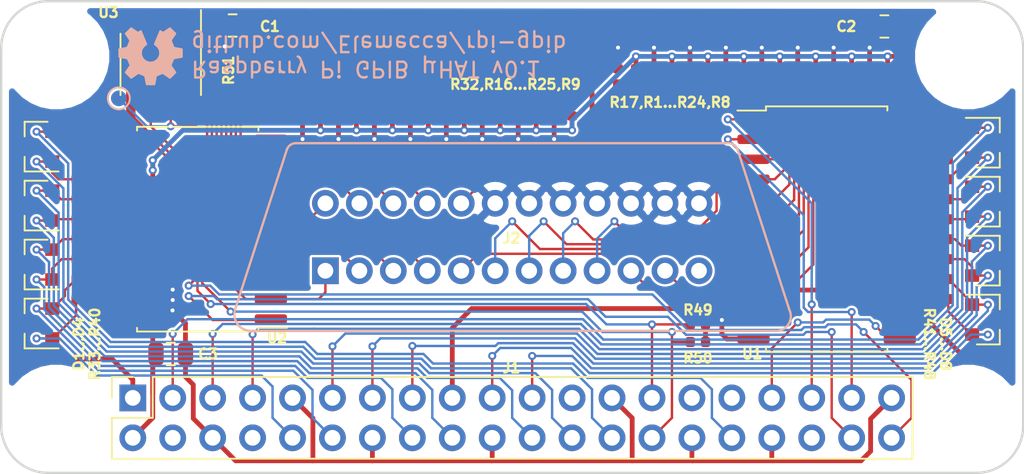
<source format=kicad_pcb>
(kicad_pcb (version 20171130) (host pcbnew 5.1.2)
  (title_block (title "Raspberry Pi Zero (W) uHAT Template Board") (date 2019-02-28) (rev 1.0) (comment 1 "This PCB design is licensed under MIT Open Source License."))
  (layers (0 F.Cu signal) (31 B.Cu signal) (34 B.Paste user) (35 F.Paste user) (36 B.SilkS user) (37 F.SilkS user) (38 B.Mask user) (39 F.Mask user) (44 Edge.Cuts user))
  (net 0 "")
  (net 1 +3V3)
  (net 2 +5V)
  (net 3 GND)
  (net 4 /ID_SD)
  (net 5 /ID_SC)
  (net 6 /GPIO12)
  (net 7 /GPIO13)
  (net 8 /GPIO19)
  (net 9 /GPIO26)
  (net 10 /GPIO20)
  (net 11 /GPIO21)
  (net 12 /DIO1)
  (net 13 /DIO2)
  (net 14 /DIO3)
  (net 15 /DIO4)
  (net 16 /EOI)
  (net 17 /DAV)
  (net 18 /NRFD)
  (net 19 /NDAC)
  (net 20 /IFC)
  (net 21 /SRQ)
  (net 22 /ATN)
  (net 23 /DIO5)
  (net 24 /DIO6)
  (net 25 /DIO7)
  (net 26 /DIO8)
  (net 27 /REN)
  (net 28 /GPIO2)
  (net 29 /GPIO3)
  (net 30 /GPIO4)
  (net 31 /GPIO15)
  (net 32 /GPIO17)
  (net 33 /GPIO18)
  (net 34 /GPIO27)
  (net 35 /GPIO22)
  (net 36 /GPIO23)
  (net 37 /GPIO24)
  (net 38 /GPIO10)
  (net 39 /GPIO9)
  (net 40 /GPIO25)
  (net 41 /GPIO8)
  (net 42 /GPIO7)
  (net 43 /I_DIO1)
  (net 44 /I_DIO2)
  (net 45 /I_DIO3)
  (net 46 /I_DIO4)
  (net 47 /I_DIO5)
  (net 48 /I_DIO6)
  (net 49 /I_DIO7)
  (net 50 /I_DIO8)
  (net 51 /I_REN)
  (net 52 /I_IFC)
  (net 53 /I_NDAC)
  (net 54 /I_NRFD)
  (net 55 /I_DAV)
  (net 56 /I_EOI)
  (net 57 /I_ATN)
  (net 58 /I_SRQ)
  (net 59 /ID_WP)
  (module local:NorComp_111-024-113L001 (layer B.Cu) (at 129 111.5)
    (fp_text reference J2 (at -0.044 0.07 unlocked) (layer F.SilkS) (effects (font (size 0.635 0.635) (thickness 0.1524))))
    (fp_text value GPIB)
    (pad 24 thru_hole circle (at 11.88 -2.145) (size 1.7 1.7) (drill 1) (layers *.Cu *.Mask) (net 3 GND))
    (pad 23 thru_hole circle (at 9.72 -2.145) (size 1.7 1.7) (drill 1) (layers *.Cu *.Mask) (net 3 GND))
    (pad 22 thru_hole circle (at 7.56 -2.145) (size 1.7 1.7) (drill 1) (layers *.Cu *.Mask) (net 3 GND))
    (pad 21 thru_hole circle (at 5.4 -2.145) (size 1.7 1.7) (drill 1) (layers *.Cu *.Mask) (net 3 GND))
    (pad 20 thru_hole circle (at 3.24 -2.145) (size 1.7 1.7) (drill 1) (layers *.Cu *.Mask) (net 3 GND))
    (pad 19 thru_hole circle (at 1.08 -2.145) (size 1.7 1.7) (drill 1) (layers *.Cu *.Mask) (net 3 GND))
    (pad 18 thru_hole circle (at -1.08 -2.145) (size 1.7 1.7) (drill 1) (layers *.Cu *.Mask) (net 3 GND))
    (pad 17 thru_hole circle (at -3.24 -2.145) (size 1.7 1.7) (drill 1) (layers *.Cu *.Mask) (net 27 /REN))
    (pad 16 thru_hole circle (at -5.4 -2.145) (size 1.7 1.7) (drill 1) (layers *.Cu *.Mask) (net 26 /DIO8))
    (pad 15 thru_hole circle (at -7.56 -2.145) (size 1.7 1.7) (drill 1) (layers *.Cu *.Mask) (net 25 /DIO7))
    (pad 14 thru_hole circle (at -9.72 -2.145) (size 1.7 1.7) (drill 1) (layers *.Cu *.Mask) (net 24 /DIO6))
    (pad 13 thru_hole circle (at -11.88 -2.145) (size 1.7 1.7) (drill 1) (layers *.Cu *.Mask) (net 23 /DIO5))
    (pad 12 thru_hole circle (at 11.88 2.145) (size 1.7 1.7) (drill 1) (layers *.Cu *.Mask))
    (pad 11 thru_hole circle (at 9.72 2.145) (size 1.7 1.7) (drill 1) (layers *.Cu *.Mask) (net 22 /ATN))
    (pad 10 thru_hole circle (at 7.56 2.145) (size 1.7 1.7) (drill 1) (layers *.Cu *.Mask) (net 21 /SRQ))
    (pad 9 thru_hole circle (at 5.4 2.145) (size 1.7 1.7) (drill 1) (layers *.Cu *.Mask) (net 20 /IFC))
    (pad 8 thru_hole circle (at 3.24 2.145) (size 1.7 1.7) (drill 1) (layers *.Cu *.Mask) (net 19 /NDAC))
    (pad 7 thru_hole circle (at 1.08 2.145) (size 1.7 1.7) (drill 1) (layers *.Cu *.Mask) (net 18 /NRFD))
    (pad 6 thru_hole circle (at -1.08 2.145) (size 1.7 1.7) (drill 1) (layers *.Cu *.Mask) (net 17 /DAV))
    (pad 5 thru_hole circle (at -3.24 2.145) (size 1.7 1.7) (drill 1) (layers *.Cu *.Mask) (net 16 /EOI))
    (pad 4 thru_hole circle (at -5.4 2.145) (size 1.7 1.7) (drill 1) (layers *.Cu *.Mask) (net 15 /DIO4))
    (pad 3 thru_hole circle (at -7.56 2.145) (size 1.7 1.7) (drill 1) (layers *.Cu *.Mask) (net 14 /DIO3))
    (pad 2 thru_hole circle (at -9.72 2.145) (size 1.7 1.7) (drill 1) (layers *.Cu *.Mask) (net 13 /DIO2))
    (pad 1 thru_hole rect (at -11.88 2.145) (size 1.7 1.7) (drill 1) (layers *.Cu *.Mask) (net 12 /DIO1))
  )
  (module local:MountingHole_RPi_HAT (layer F.Cu) (at 100 123)
    (fp_text reference H1 hide)
    (fp_text value MountingHole hide)
    (pad "" np_thru_hole circle (at 0 0) (size 2.75 2.75) (drill 2.75) (layers *.Cu *.Mask) (clearance 2))
  )
  (module local:MountingHole_RPi_HAT (layer F.Cu) (at 158 123)
    (fp_text reference H2 hide)
    (fp_text value MountingHole hide)
    (pad "" np_thru_hole circle (at 0 0) (size 2.75 2.75) (drill 2.75) (layers *.Cu *.Mask) (clearance 2))
  )
  (module local:MountingHole_RPi_HAT (layer F.Cu) (at 158 100)
    (fp_text reference H3 hide)
    (fp_text value MountingHole hide)
    (pad "" np_thru_hole circle (at 0 0) (size 2.75 2.75) (drill 2.75) (layers *.Cu *.Mask) (clearance 2))
  )
  (module local:MountingHole_RPi_HAT (layer F.Cu) (at 100 100)
    (fp_text reference H4 hide)
    (fp_text value MountingHole hide)
    (pad "" np_thru_hole circle (at 0 0) (size 2.75 2.75) (drill 2.75) (layers *.Cu *.Mask) (clearance 2))
  )
  (module local:OSHW (layer B.Cu) (at 106 100)
    (fp_text reference OSHW hide)
    (fp_text value LOGO hide)
  )
  (module lib:PinSocket_2x20_P2.54mm_Vertical_Centered_Anchor (layer F.Cu) (at 104.87 121.73 90)
    (fp_text reference J1 (at 1.905 24.086) (layer F.SilkS) (effects (font (size 0.635 0.635) (thickness 0.1524))))
    (fp_text value RPI_GPIO)
    (pad 40 thru_hole oval (at -2.54 48.26 90) (size 1.7 1.7) (drill 1) (layers *.Cu *.Mask) (net 11 /GPIO21))
    (pad 39 thru_hole oval (at 0 48.26 90) (size 1.7 1.7) (drill 1) (layers *.Cu *.Mask) (net 3 GND))
    (pad 38 thru_hole oval (at -2.54 45.72 90) (size 1.7 1.7) (drill 1) (layers *.Cu *.Mask) (net 10 /GPIO20))
    (pad 37 thru_hole oval (at 0 45.72 90) (size 1.7 1.7) (drill 1) (layers *.Cu *.Mask) (net 9 /GPIO26))
    (pad 36 thru_hole oval (at -2.54 43.18 90) (size 1.7 1.7) (drill 1) (layers *.Cu *.Mask))
    (pad 35 thru_hole oval (at 0 43.18 90) (size 1.7 1.7) (drill 1) (layers *.Cu *.Mask) (net 8 /GPIO19))
    (pad 34 thru_hole oval (at -2.54 40.64 90) (size 1.7 1.7) (drill 1) (layers *.Cu *.Mask) (net 3 GND))
    (pad 33 thru_hole oval (at 0 40.64 90) (size 1.7 1.7) (drill 1) (layers *.Cu *.Mask) (net 7 /GPIO13))
    (pad 32 thru_hole oval (at -2.54 38.1 90) (size 1.7 1.7) (drill 1) (layers *.Cu *.Mask) (net 6 /GPIO12))
    (pad 31 thru_hole oval (at 0 38.1 90) (size 1.7 1.7) (drill 1) (layers *.Cu *.Mask))
    (pad 30 thru_hole oval (at -2.54 35.56 90) (size 1.7 1.7) (drill 1) (layers *.Cu *.Mask) (net 3 GND))
    (pad 29 thru_hole oval (at 0 35.56 90) (size 1.7 1.7) (drill 1) (layers *.Cu *.Mask))
    (pad 28 thru_hole oval (at -2.54 33.02 90) (size 1.7 1.7) (drill 1) (layers *.Cu *.Mask) (net 5 /ID_SC))
    (pad 27 thru_hole oval (at 0 33.02 90) (size 1.7 1.7) (drill 1) (layers *.Cu *.Mask) (net 4 /ID_SD))
    (pad 26 thru_hole oval (at -2.54 30.48 90) (size 1.7 1.7) (drill 1) (layers *.Cu *.Mask) (net 42 /GPIO7))
    (pad 25 thru_hole oval (at 0 30.48 90) (size 1.7 1.7) (drill 1) (layers *.Cu *.Mask) (net 3 GND))
    (pad 24 thru_hole oval (at -2.54 27.94 90) (size 1.7 1.7) (drill 1) (layers *.Cu *.Mask) (net 41 /GPIO8))
    (pad 23 thru_hole oval (at 0 27.94 90) (size 1.7 1.7) (drill 1) (layers *.Cu *.Mask))
    (pad 22 thru_hole oval (at -2.54 25.4 90) (size 1.7 1.7) (drill 1) (layers *.Cu *.Mask) (net 40 /GPIO25))
    (pad 21 thru_hole oval (at 0 25.4 90) (size 1.7 1.7) (drill 1) (layers *.Cu *.Mask) (net 39 /GPIO9))
    (pad 20 thru_hole oval (at -2.54 22.86 90) (size 1.7 1.7) (drill 1) (layers *.Cu *.Mask) (net 3 GND))
    (pad 19 thru_hole oval (at 0 22.86 90) (size 1.7 1.7) (drill 1) (layers *.Cu *.Mask) (net 38 /GPIO10))
    (pad 18 thru_hole oval (at -2.54 20.32 90) (size 1.7 1.7) (drill 1) (layers *.Cu *.Mask) (net 37 /GPIO24))
    (pad 17 thru_hole oval (at 0 20.32 90) (size 1.7 1.7) (drill 1) (layers *.Cu *.Mask) (net 1 +3V3))
    (pad 16 thru_hole oval (at -2.54 17.78 90) (size 1.7 1.7) (drill 1) (layers *.Cu *.Mask) (net 36 /GPIO23))
    (pad 15 thru_hole oval (at 0 17.78 90) (size 1.7 1.7) (drill 1) (layers *.Cu *.Mask) (net 35 /GPIO22))
    (pad 14 thru_hole oval (at -2.54 15.24 90) (size 1.7 1.7) (drill 1) (layers *.Cu *.Mask) (net 3 GND))
    (pad 13 thru_hole oval (at 0 15.24 90) (size 1.7 1.7) (drill 1) (layers *.Cu *.Mask) (net 34 /GPIO27))
    (pad 12 thru_hole oval (at -2.54 12.7 90) (size 1.7 1.7) (drill 1) (layers *.Cu *.Mask) (net 33 /GPIO18))
    (pad 11 thru_hole oval (at 0 12.7 90) (size 1.7 1.7) (drill 1) (layers *.Cu *.Mask) (net 32 /GPIO17))
    (pad 10 thru_hole oval (at -2.54 10.16 90) (size 1.7 1.7) (drill 1) (layers *.Cu *.Mask) (net 31 /GPIO15))
    (pad 9 thru_hole oval (at 0 10.16 90) (size 1.7 1.7) (drill 1) (layers *.Cu *.Mask) (net 3 GND))
    (pad 8 thru_hole oval (at -2.54 7.62 90) (size 1.7 1.7) (drill 1) (layers *.Cu *.Mask))
    (pad 7 thru_hole oval (at 0 7.62 90) (size 1.7 1.7) (drill 1) (layers *.Cu *.Mask) (net 30 /GPIO4))
    (pad 6 thru_hole oval (at -2.54 5.08 90) (size 1.7 1.7) (drill 1) (layers *.Cu *.Mask) (net 3 GND))
    (pad 5 thru_hole oval (at 0 5.08 90) (size 1.7 1.7) (drill 1) (layers *.Cu *.Mask) (net 29 /GPIO3))
    (pad 4 thru_hole oval (at -2.54 2.54 90) (size 1.7 1.7) (drill 1) (layers *.Cu *.Mask) (net 2 +5V))
    (pad 3 thru_hole oval (at 0 2.54 90) (size 1.7 1.7) (drill 1) (layers *.Cu *.Mask) (net 28 /GPIO2))
    (pad 2 thru_hole oval (at -2.54 0 90) (size 1.7 1.7) (drill 1) (layers *.Cu *.Mask) (net 2 +5V))
    (pad 1 thru_hole rect (at 0 0 90) (size 1.7 1.7) (drill 1) (layers *.Cu *.Mask) (net 1 +3V3))
  )
  (module Capacitor_SMD:C_0805_2012Metric (layer F.Cu) (at 111.22 98.046 180)
    (fp_text reference C1 (at -1.651 -0.062) (layer F.SilkS) (effects (font (size 0.635 0.635) (thickness 0.1524)) (justify left)))
    (fp_text value 1u)
    (pad 1 smd roundrect (at -0.9375 0 180) (size 0.975 1.4) (layers F.Cu F.Paste F.Mask) (net 1 +3V3))
    (pad 2 smd roundrect (at 0.9375 0 180) (size 0.975 1.4) (layers F.Cu F.Paste F.Mask) (net 3 GND))
  )
  (module Capacitor_SMD:C_0805_2012Metric (layer F.Cu) (at 152.6705 98.108 180)
    (fp_text reference C2 (at 1.6995 0) (layer F.SilkS) (effects (font (size 0.635 0.635) (thickness 0.1524)) (justify right)))
    (fp_text value 1u)
    (pad 2 smd roundrect (at 0.9375 0 180) (size 0.975 1.4) (layers F.Cu F.Paste F.Mask) (net 3 GND))
    (pad 1 smd roundrect (at -0.9375 0 180) (size 0.975 1.4) (layers F.Cu F.Paste F.Mask) (net 2 +5V))
  )
  (module Capacitor_SMD:C_0805_2012Metric (layer F.Cu) (at 107.283 118.936)
    (fp_text reference C3 (at 1.651 0) (layer F.SilkS) (effects (font (size 0.635 0.635) (thickness 0.1524)) (justify left)))
    (fp_text value 1u)
    (pad 1 smd roundrect (at -0.9375 0) (size 0.975 1.4) (layers F.Cu F.Paste F.Mask) (net 2 +5V))
    (pad 2 smd roundrect (at 0.9375 0) (size 0.975 1.4) (layers F.Cu F.Paste F.Mask) (net 3 GND))
  )
  (module Package_TO_SOT_SMD:SOT-23 (layer F.Cu) (at 98.75 117 180)
    (fp_text reference D1 hide)
    (fp_text value BAT54C)
    (pad 1 smd rect (at -1 -0.95 180) (size 0.9 0.8) (layers F.Cu F.Paste F.Mask) (net 31 /GPIO15))
    (pad 2 smd rect (at -1 0.95 180) (size 0.9 0.8) (layers F.Cu F.Paste F.Mask) (net 33 /GPIO18))
    (pad 3 smd rect (at 1 0 180) (size 0.9 0.8) (layers F.Cu F.Paste F.Mask) (net 1 +3V3))
  )
  (module Package_TO_SOT_SMD:SOT-23 (layer F.Cu) (at 98.75 113.25 180)
    (fp_text reference D2 hide)
    (fp_text value BAT54C)
    (pad 3 smd rect (at 1 0 180) (size 0.9 0.8) (layers F.Cu F.Paste F.Mask) (net 1 +3V3))
    (pad 2 smd rect (at -1 0.95 180) (size 0.9 0.8) (layers F.Cu F.Paste F.Mask) (net 37 /GPIO24))
    (pad 1 smd rect (at -1 -0.95 180) (size 0.9 0.8) (layers F.Cu F.Paste F.Mask) (net 36 /GPIO23))
  )
  (module Package_TO_SOT_SMD:SOT-23 (layer F.Cu) (at 98.75 109.5 180)
    (fp_text reference D3 hide)
    (fp_text value BAT54C)
    (pad 3 smd rect (at 1 0 180) (size 0.9 0.8) (layers F.Cu F.Paste F.Mask) (net 1 +3V3))
    (pad 2 smd rect (at -1 0.95 180) (size 0.9 0.8) (layers F.Cu F.Paste F.Mask) (net 41 /GPIO8))
    (pad 1 smd rect (at -1 -0.95 180) (size 0.9 0.8) (layers F.Cu F.Paste F.Mask) (net 40 /GPIO25))
  )
  (module Package_TO_SOT_SMD:SOT-23 (layer F.Cu) (at 98.75 105.75 180)
    (fp_text reference D4 hide)
    (fp_text value BAT54C)
    (pad 1 smd rect (at -1 -0.95 180) (size 0.9 0.8) (layers F.Cu F.Paste F.Mask) (net 42 /GPIO7))
    (pad 2 smd rect (at -1 0.95 180) (size 0.9 0.8) (layers F.Cu F.Paste F.Mask) (net 6 /GPIO12))
    (pad 3 smd rect (at 1 0 180) (size 0.9 0.8) (layers F.Cu F.Paste F.Mask) (net 1 +3V3))
  )
  (module Package_TO_SOT_SMD:SOT-23 (layer F.Cu) (at 159.25 105.5)
    (fp_text reference D5 hide)
    (fp_text value BAT54C)
    (pad 1 smd rect (at -1 -0.95) (size 0.9 0.8) (layers F.Cu F.Paste F.Mask) (net 28 /GPIO2))
    (pad 2 smd rect (at -1 0.95) (size 0.9 0.8) (layers F.Cu F.Paste F.Mask) (net 29 /GPIO3))
    (pad 3 smd rect (at 1 0) (size 0.9 0.8) (layers F.Cu F.Paste F.Mask) (net 1 +3V3))
  )
  (module Package_TO_SOT_SMD:SOT-23 (layer F.Cu) (at 159.25 109.25)
    (fp_text reference D6 hide)
    (fp_text value BAT54C)
    (pad 1 smd rect (at -1 -0.95) (size 0.9 0.8) (layers F.Cu F.Paste F.Mask) (net 30 /GPIO4))
    (pad 2 smd rect (at -1 0.95) (size 0.9 0.8) (layers F.Cu F.Paste F.Mask) (net 32 /GPIO17))
    (pad 3 smd rect (at 1 0) (size 0.9 0.8) (layers F.Cu F.Paste F.Mask) (net 1 +3V3))
  )
  (module Package_TO_SOT_SMD:SOT-23 (layer F.Cu) (at 159.25 113)
    (fp_text reference D7 hide)
    (fp_text value BAT54C)
    (pad 3 smd rect (at 1 0) (size 0.9 0.8) (layers F.Cu F.Paste F.Mask) (net 1 +3V3))
    (pad 2 smd rect (at -1 0.95) (size 0.9 0.8) (layers F.Cu F.Paste F.Mask) (net 35 /GPIO22))
    (pad 1 smd rect (at -1 -0.95) (size 0.9 0.8) (layers F.Cu F.Paste F.Mask) (net 34 /GPIO27))
  )
  (module Package_TO_SOT_SMD:SOT-23 (layer F.Cu) (at 159.25 116.75)
    (fp_text reference D8 hide)
    (fp_text value BAT54C)
    (pad 3 smd rect (at 1 0) (size 0.9 0.8) (layers F.Cu F.Paste F.Mask) (net 1 +3V3))
    (pad 2 smd rect (at -1 0.95) (size 0.9 0.8) (layers F.Cu F.Paste F.Mask) (net 39 /GPIO9))
    (pad 1 smd rect (at -1 -0.95) (size 0.9 0.8) (layers F.Cu F.Paste F.Mask) (net 38 /GPIO10))
  )
  (module TestPoint:TestPoint_Pad_D1.0mm (layer B.Cu) (at 103.981 102.68)
    (fp_text reference TP1 hide)
    (fp_text value WP hide)
    (pad 1 smd circle (at 0 0) (size 1 1) (layers B.Cu B.Mask) (net 59 /ID_WP))
  )
  (module Package_SO:SOIC-24W_7.5x15.4mm_P1.27mm (layer F.Cu) (at 149 111)
    (fp_text reference U1 (at -3.998 7.936) (layer F.SilkS) (effects (font (size 0.635 0.635) (thickness 0.1524)) (justify right)))
    (fp_text value SN75162BDW)
    (pad 1 smd roundrect (at -4.65 -6.985) (size 2.05 0.6) (layers F.Cu F.Paste F.Mask) (net 8 /GPIO19))
    (pad 2 smd roundrect (at -4.65 -5.715) (size 2.05 0.6) (layers F.Cu F.Paste F.Mask) (net 9 /GPIO26))
    (pad 3 smd roundrect (at -4.65 -4.445) (size 2.05 0.6) (layers F.Cu F.Paste F.Mask) (net 27 /REN))
    (pad 4 smd roundrect (at -4.65 -3.175) (size 2.05 0.6) (layers F.Cu F.Paste F.Mask) (net 20 /IFC))
    (pad 5 smd roundrect (at -4.65 -1.905) (size 2.05 0.6) (layers F.Cu F.Paste F.Mask) (net 19 /NDAC))
    (pad 6 smd roundrect (at -4.65 -0.635) (size 2.05 0.6) (layers F.Cu F.Paste F.Mask) (net 18 /NRFD))
    (pad 7 smd roundrect (at -4.65 0.635) (size 2.05 0.6) (layers F.Cu F.Paste F.Mask) (net 17 /DAV))
    (pad 8 smd roundrect (at -4.65 1.905) (size 2.05 0.6) (layers F.Cu F.Paste F.Mask) (net 16 /EOI))
    (pad 9 smd roundrect (at -4.65 3.175) (size 2.05 0.6) (layers F.Cu F.Paste F.Mask) (net 22 /ATN))
    (pad 10 smd roundrect (at -4.65 4.445) (size 2.05 0.6) (layers F.Cu F.Paste F.Mask) (net 21 /SRQ))
    (pad 11 smd roundrect (at -4.65 5.715) (size 2.05 0.6) (layers F.Cu F.Paste F.Mask))
    (pad 12 smd roundrect (at -4.65 6.985) (size 2.05 0.6) (layers F.Cu F.Paste F.Mask) (net 3 GND))
    (pad 13 smd roundrect (at 4.65 6.985) (size 2.05 0.6) (layers F.Cu F.Paste F.Mask) (net 7 /GPIO13))
    (pad 14 smd roundrect (at 4.65 5.715) (size 2.05 0.6) (layers F.Cu F.Paste F.Mask))
    (pad 15 smd roundrect (at 4.65 4.445) (size 2.05 0.6) (layers F.Cu F.Paste F.Mask) (net 58 /I_SRQ))
    (pad 16 smd roundrect (at 4.65 3.175) (size 2.05 0.6) (layers F.Cu F.Paste F.Mask) (net 57 /I_ATN))
    (pad 17 smd roundrect (at 4.65 1.905) (size 2.05 0.6) (layers F.Cu F.Paste F.Mask) (net 56 /I_EOI))
    (pad 18 smd roundrect (at 4.65 0.635) (size 2.05 0.6) (layers F.Cu F.Paste F.Mask) (net 55 /I_DAV))
    (pad 19 smd roundrect (at 4.65 -0.635) (size 2.05 0.6) (layers F.Cu F.Paste F.Mask) (net 54 /I_NRFD))
    (pad 20 smd roundrect (at 4.65 -1.905) (size 2.05 0.6) (layers F.Cu F.Paste F.Mask) (net 53 /I_NDAC))
    (pad 21 smd roundrect (at 4.65 -3.175) (size 2.05 0.6) (layers F.Cu F.Paste F.Mask) (net 52 /I_IFC))
    (pad 22 smd roundrect (at 4.65 -4.445) (size 2.05 0.6) (layers F.Cu F.Paste F.Mask) (net 51 /I_REN))
    (pad 23 smd roundrect (at 4.65 -5.715) (size 2.05 0.6) (layers F.Cu F.Paste F.Mask))
    (pad 24 smd roundrect (at 4.65 -6.985) (size 2.05 0.6) (layers F.Cu F.Paste F.Mask) (net 2 +5V))
  )
  (module Package_SO:SOIC-20W_7.5x12.8mm_P1.27mm (layer F.Cu) (at 109 111 180)
    (fp_text reference U2 (at -5.776 -6.92) (layer F.SilkS) (effects (font (size 0.635 0.635) (thickness 0.1524)) (justify right)))
    (fp_text value SN75160BDW)
    (pad 1 smd roundrect (at -4.65 -5.715 180) (size 2.05 0.6) (layers F.Cu F.Paste F.Mask) (net 10 /GPIO20))
    (pad 2 smd roundrect (at -4.65 -4.445 180) (size 2.05 0.6) (layers F.Cu F.Paste F.Mask) (net 12 /DIO1))
    (pad 3 smd roundrect (at -4.65 -3.175 180) (size 2.05 0.6) (layers F.Cu F.Paste F.Mask) (net 13 /DIO2))
    (pad 4 smd roundrect (at -4.65 -1.905 180) (size 2.05 0.6) (layers F.Cu F.Paste F.Mask) (net 14 /DIO3))
    (pad 5 smd roundrect (at -4.65 -0.635 180) (size 2.05 0.6) (layers F.Cu F.Paste F.Mask) (net 15 /DIO4))
    (pad 6 smd roundrect (at -4.65 0.635 180) (size 2.05 0.6) (layers F.Cu F.Paste F.Mask) (net 23 /DIO5))
    (pad 7 smd roundrect (at -4.65 1.905 180) (size 2.05 0.6) (layers F.Cu F.Paste F.Mask) (net 24 /DIO6))
    (pad 8 smd roundrect (at -4.65 3.175 180) (size 2.05 0.6) (layers F.Cu F.Paste F.Mask) (net 25 /DIO7))
    (pad 9 smd roundrect (at -4.65 4.445 180) (size 2.05 0.6) (layers F.Cu F.Paste F.Mask) (net 26 /DIO8))
    (pad 10 smd roundrect (at -4.65 5.715 180) (size 2.05 0.6) (layers F.Cu F.Paste F.Mask) (net 3 GND))
    (pad 11 smd roundrect (at 4.65 5.715 180) (size 2.05 0.6) (layers F.Cu F.Paste F.Mask) (net 11 /GPIO21))
    (pad 12 smd roundrect (at 4.65 4.445 180) (size 2.05 0.6) (layers F.Cu F.Paste F.Mask) (net 50 /I_DIO8))
    (pad 13 smd roundrect (at 4.65 3.175 180) (size 2.05 0.6) (layers F.Cu F.Paste F.Mask) (net 49 /I_DIO7))
    (pad 14 smd roundrect (at 4.65 1.905 180) (size 2.05 0.6) (layers F.Cu F.Paste F.Mask) (net 48 /I_DIO6))
    (pad 15 smd roundrect (at 4.65 0.635 180) (size 2.05 0.6) (layers F.Cu F.Paste F.Mask) (net 47 /I_DIO5))
    (pad 16 smd roundrect (at 4.65 -0.635 180) (size 2.05 0.6) (layers F.Cu F.Paste F.Mask) (net 46 /I_DIO4))
    (pad 17 smd roundrect (at 4.65 -1.905 180) (size 2.05 0.6) (layers F.Cu F.Paste F.Mask) (net 45 /I_DIO3))
    (pad 18 smd roundrect (at 4.65 -3.175 180) (size 2.05 0.6) (layers F.Cu F.Paste F.Mask) (net 44 /I_DIO2))
    (pad 19 smd roundrect (at 4.65 -4.445 180) (size 2.05 0.6) (layers F.Cu F.Paste F.Mask) (net 43 /I_DIO1))
    (pad 20 smd roundrect (at 4.65 -5.715 180) (size 2.05 0.6) (layers F.Cu F.Paste F.Mask) (net 2 +5V))
  )
  (module Package_SO:SOIC-8_3.9x4.9mm_P1.27mm (layer F.Cu) (at 106.648 100.521 270)
    (fp_text reference U3 (at -3.302 4.064 180) (layer F.SilkS) (effects (font (size 0.635 0.635) (thickness 0.1524)) (justify left)))
    (fp_text value CAT24C32)
    (pad 8 smd roundrect (at 2.475 -1.905 270) (size 1.95 0.6) (layers F.Cu F.Paste F.Mask) (net 1 +3V3))
    (pad 7 smd roundrect (at 2.475 -0.635 270) (size 1.95 0.6) (layers F.Cu F.Paste F.Mask) (net 59 /ID_WP))
    (pad 6 smd roundrect (at 2.475 0.635 270) (size 1.95 0.6) (layers F.Cu F.Paste F.Mask) (net 5 /ID_SC))
    (pad 5 smd roundrect (at 2.475 1.905 270) (size 1.95 0.6) (layers F.Cu F.Paste F.Mask) (net 4 /ID_SD))
    (pad 4 smd roundrect (at -2.475 1.905 270) (size 1.95 0.6) (layers F.Cu F.Paste F.Mask) (net 3 GND))
    (pad 3 smd roundrect (at -2.475 0.635 270) (size 1.95 0.6) (layers F.Cu F.Paste F.Mask) (net 3 GND))
    (pad 2 smd roundrect (at -2.475 -0.635 270) (size 1.95 0.6) (layers F.Cu F.Paste F.Mask) (net 3 GND))
    (pad 1 smd roundrect (at -2.475 -1.905 270) (size 1.95 0.6) (layers F.Cu F.Paste F.Mask) (net 3 GND))
  )
  (module Resistor_SMD:R_0402_1005Metric (layer F.Cu) (at 136.874 101.283 90)
    (fp_text reference R1 hide)
    (fp_text value 3k)
    (pad 1 smd roundrect (at -0.485 0 90) (size 0.59 0.64) (layers F.Cu F.Paste F.Mask) (net 27 /REN))
    (pad 2 smd roundrect (at 0.485 0 90) (size 0.59 0.64) (layers F.Cu F.Paste F.Mask) (net 2 +5V))
  )
  (module Resistor_SMD:R_0402_1005Metric (layer F.Cu) (at 139.16 101.283 90)
    (fp_text reference R2 hide)
    (fp_text value 3k)
    (pad 2 smd roundrect (at 0.485 0 90) (size 0.59 0.64) (layers F.Cu F.Paste F.Mask) (net 2 +5V))
    (pad 1 smd roundrect (at -0.485 0 90) (size 0.59 0.64) (layers F.Cu F.Paste F.Mask) (net 20 /IFC))
  )
  (module Resistor_SMD:R_0402_1005Metric (layer F.Cu) (at 141.446 101.283 90)
    (fp_text reference R3 hide)
    (fp_text value 3k)
    (pad 1 smd roundrect (at -0.485 0 90) (size 0.59 0.64) (layers F.Cu F.Paste F.Mask) (net 19 /NDAC))
    (pad 2 smd roundrect (at 0.485 0 90) (size 0.59 0.64) (layers F.Cu F.Paste F.Mask) (net 2 +5V))
  )
  (module Resistor_SMD:R_0402_1005Metric (layer F.Cu) (at 143.732 101.283 90)
    (fp_text reference R4 hide)
    (fp_text value 3k)
    (pad 1 smd roundrect (at -0.485 0 90) (size 0.59 0.64) (layers F.Cu F.Paste F.Mask) (net 18 /NRFD))
    (pad 2 smd roundrect (at 0.485 0 90) (size 0.59 0.64) (layers F.Cu F.Paste F.Mask) (net 2 +5V))
  )
  (module Resistor_SMD:R_0402_1005Metric (layer F.Cu) (at 146.018 101.283 90)
    (fp_text reference R5 hide)
    (fp_text value 3k)
    (pad 2 smd roundrect (at 0.485 0 90) (size 0.59 0.64) (layers F.Cu F.Paste F.Mask) (net 2 +5V))
    (pad 1 smd roundrect (at -0.485 0 90) (size 0.59 0.64) (layers F.Cu F.Paste F.Mask) (net 17 /DAV))
  )
  (module Resistor_SMD:R_0402_1005Metric (layer F.Cu) (at 148.304 101.283 90)
    (fp_text reference R6 hide)
    (fp_text value 3k)
    (pad 1 smd roundrect (at -0.485 0 90) (size 0.59 0.64) (layers F.Cu F.Paste F.Mask) (net 16 /EOI))
    (pad 2 smd roundrect (at 0.485 0 90) (size 0.59 0.64) (layers F.Cu F.Paste F.Mask) (net 2 +5V))
  )
  (module Resistor_SMD:R_0402_1005Metric (layer F.Cu) (at 150.59 101.283 90)
    (fp_text reference R7 hide)
    (fp_text value 3k)
    (pad 2 smd roundrect (at 0.485 0 90) (size 0.59 0.64) (layers F.Cu F.Paste F.Mask) (net 2 +5V))
    (pad 1 smd roundrect (at -0.485 0 90) (size 0.59 0.64) (layers F.Cu F.Paste F.Mask) (net 22 /ATN))
  )
  (module Resistor_SMD:R_0402_1005Metric (layer F.Cu) (at 152.876 101.283 90)
    (fp_text reference R8 hide)
    (fp_text value 3k)
    (pad 2 smd roundrect (at 0.485 0 90) (size 0.59 0.64) (layers F.Cu F.Paste F.Mask) (net 2 +5V))
    (pad 1 smd roundrect (at -0.485 0 90) (size 0.59 0.64) (layers F.Cu F.Paste F.Mask) (net 21 /SRQ))
  )
  (module Resistor_SMD:R_0402_1005Metric (layer F.Cu) (at 132.81 103.315 270)
    (fp_text reference R9 hide)
    (fp_text value 3k)
    (pad 2 smd roundrect (at 0.485 0 270) (size 0.59 0.64) (layers F.Cu F.Paste F.Mask) (net 2 +5V))
    (pad 1 smd roundrect (at -0.485 0 270) (size 0.59 0.64) (layers F.Cu F.Paste F.Mask) (net 12 /DIO1))
  )
  (module Resistor_SMD:R_0402_1005Metric (layer F.Cu) (at 130.524 103.315 270)
    (fp_text reference R10 hide)
    (fp_text value 3k)
    (pad 2 smd roundrect (at 0.485 0 270) (size 0.59 0.64) (layers F.Cu F.Paste F.Mask) (net 2 +5V))
    (pad 1 smd roundrect (at -0.485 0 270) (size 0.59 0.64) (layers F.Cu F.Paste F.Mask) (net 13 /DIO2))
  )
  (module Resistor_SMD:R_0402_1005Metric (layer F.Cu) (at 128.238 103.315 270)
    (fp_text reference R11 hide)
    (fp_text value 3k)
    (pad 1 smd roundrect (at -0.485 0 270) (size 0.59 0.64) (layers F.Cu F.Paste F.Mask) (net 14 /DIO3))
    (pad 2 smd roundrect (at 0.485 0 270) (size 0.59 0.64) (layers F.Cu F.Paste F.Mask) (net 2 +5V))
  )
  (module Resistor_SMD:R_0402_1005Metric (layer F.Cu) (at 125.952 103.315 270)
    (fp_text reference R12 hide)
    (fp_text value 3k)
    (pad 1 smd roundrect (at -0.485 0 270) (size 0.59 0.64) (layers F.Cu F.Paste F.Mask) (net 15 /DIO4))
    (pad 2 smd roundrect (at 0.485 0 270) (size 0.59 0.64) (layers F.Cu F.Paste F.Mask) (net 2 +5V))
  )
  (module Resistor_SMD:R_0402_1005Metric (layer F.Cu) (at 123.666 103.315 270)
    (fp_text reference R13 hide)
    (fp_text value 3k)
    (pad 2 smd roundrect (at 0.485 0 270) (size 0.59 0.64) (layers F.Cu F.Paste F.Mask) (net 2 +5V))
    (pad 1 smd roundrect (at -0.485 0 270) (size 0.59 0.64) (layers F.Cu F.Paste F.Mask) (net 23 /DIO5))
  )
  (module Resistor_SMD:R_0402_1005Metric (layer F.Cu) (at 121.38 103.315 270)
    (fp_text reference R14 hide)
    (fp_text value 3k)
    (pad 1 smd roundrect (at -0.485 0 270) (size 0.59 0.64) (layers F.Cu F.Paste F.Mask) (net 24 /DIO6))
    (pad 2 smd roundrect (at 0.485 0 270) (size 0.59 0.64) (layers F.Cu F.Paste F.Mask) (net 2 +5V))
  )
  (module Resistor_SMD:R_0402_1005Metric (layer F.Cu) (at 119.094 103.315 270)
    (fp_text reference R15 hide)
    (fp_text value 3k)
    (pad 2 smd roundrect (at 0.485 0 270) (size 0.59 0.64) (layers F.Cu F.Paste F.Mask) (net 2 +5V))
    (pad 1 smd roundrect (at -0.485 0 270) (size 0.59 0.64) (layers F.Cu F.Paste F.Mask) (net 25 /DIO7))
  )
  (module Resistor_SMD:R_0402_1005Metric (layer F.Cu) (at 116.808 103.315 270)
    (fp_text reference R16 hide)
    (fp_text value 3k)
    (pad 2 smd roundrect (at 0.485 0 270) (size 0.59 0.64) (layers F.Cu F.Paste F.Mask) (net 2 +5V))
    (pad 1 smd roundrect (at -0.485 0 270) (size 0.59 0.64) (layers F.Cu F.Paste F.Mask) (net 26 /DIO8))
  )
  (module Resistor_SMD:R_0402_1005Metric (layer F.Cu) (at 135.731 101.283 270)
    (fp_text reference R17 hide)
    (fp_text value 6k2)
    (pad 2 smd roundrect (at 0.485 0 270) (size 0.59 0.64) (layers F.Cu F.Paste F.Mask) (net 27 /REN))
    (pad 1 smd roundrect (at -0.485 0 270) (size 0.59 0.64) (layers F.Cu F.Paste F.Mask) (net 3 GND))
  )
  (module Resistor_SMD:R_0402_1005Metric (layer F.Cu) (at 138.017 101.283 270)
    (fp_text reference R18 hide)
    (fp_text value 6k2)
    (pad 1 smd roundrect (at -0.485 0 270) (size 0.59 0.64) (layers F.Cu F.Paste F.Mask) (net 3 GND))
    (pad 2 smd roundrect (at 0.485 0 270) (size 0.59 0.64) (layers F.Cu F.Paste F.Mask) (net 20 /IFC))
  )
  (module Resistor_SMD:R_0402_1005Metric (layer F.Cu) (at 140.303 101.283 270)
    (fp_text reference R19 hide)
    (fp_text value 6k2)
    (pad 1 smd roundrect (at -0.485 0 270) (size 0.59 0.64) (layers F.Cu F.Paste F.Mask) (net 3 GND))
    (pad 2 smd roundrect (at 0.485 0 270) (size 0.59 0.64) (layers F.Cu F.Paste F.Mask) (net 19 /NDAC))
  )
  (module Resistor_SMD:R_0402_1005Metric (layer F.Cu) (at 142.589 101.283 270)
    (fp_text reference R20 hide)
    (fp_text value 6k2)
    (pad 1 smd roundrect (at -0.485 0 270) (size 0.59 0.64) (layers F.Cu F.Paste F.Mask) (net 3 GND))
    (pad 2 smd roundrect (at 0.485 0 270) (size 0.59 0.64) (layers F.Cu F.Paste F.Mask) (net 18 /NRFD))
  )
  (module Resistor_SMD:R_0402_1005Metric (layer F.Cu) (at 144.875 101.283 270)
    (fp_text reference R21 hide)
    (fp_text value 6k2)
    (pad 2 smd roundrect (at 0.485 0 270) (size 0.59 0.64) (layers F.Cu F.Paste F.Mask) (net 17 /DAV))
    (pad 1 smd roundrect (at -0.485 0 270) (size 0.59 0.64) (layers F.Cu F.Paste F.Mask) (net 3 GND))
  )
  (module Resistor_SMD:R_0402_1005Metric (layer F.Cu) (at 147.161 101.283 270)
    (fp_text reference R22 hide)
    (fp_text value 6k2)
    (pad 1 smd roundrect (at -0.485 0 270) (size 0.59 0.64) (layers F.Cu F.Paste F.Mask) (net 3 GND))
    (pad 2 smd roundrect (at 0.485 0 270) (size 0.59 0.64) (layers F.Cu F.Paste F.Mask) (net 16 /EOI))
  )
  (module Resistor_SMD:R_0402_1005Metric (layer F.Cu) (at 149.447 101.283 270)
    (fp_text reference R23 hide)
    (fp_text value 6k2)
    (pad 2 smd roundrect (at 0.485 0 270) (size 0.59 0.64) (layers F.Cu F.Paste F.Mask) (net 22 /ATN))
    (pad 1 smd roundrect (at -0.485 0 270) (size 0.59 0.64) (layers F.Cu F.Paste F.Mask) (net 3 GND))
  )
  (module Resistor_SMD:R_0402_1005Metric (layer F.Cu) (at 151.733 101.283 270)
    (fp_text reference R24 hide)
    (fp_text value 6k2)
    (pad 1 smd roundrect (at -0.485 0 270) (size 0.59 0.64) (layers F.Cu F.Paste F.Mask) (net 3 GND))
    (pad 2 smd roundrect (at 0.485 0 270) (size 0.59 0.64) (layers F.Cu F.Paste F.Mask) (net 21 /SRQ))
  )
  (module Resistor_SMD:R_0402_1005Metric (layer F.Cu) (at 131.667 103.315 90)
    (fp_text reference R25 hide)
    (fp_text value 6k2)
    (pad 2 smd roundrect (at 0.485 0 90) (size 0.59 0.64) (layers F.Cu F.Paste F.Mask) (net 12 /DIO1))
    (pad 1 smd roundrect (at -0.485 0 90) (size 0.59 0.64) (layers F.Cu F.Paste F.Mask) (net 3 GND))
  )
  (module Resistor_SMD:R_0402_1005Metric (layer F.Cu) (at 129.381 103.315 90)
    (fp_text reference R26 hide)
    (fp_text value 6k2)
    (pad 1 smd roundrect (at -0.485 0 90) (size 0.59 0.64) (layers F.Cu F.Paste F.Mask) (net 3 GND))
    (pad 2 smd roundrect (at 0.485 0 90) (size 0.59 0.64) (layers F.Cu F.Paste F.Mask) (net 13 /DIO2))
  )
  (module Resistor_SMD:R_0402_1005Metric (layer F.Cu) (at 127.095 103.315 90)
    (fp_text reference R27 hide)
    (fp_text value 6k2)
    (pad 2 smd roundrect (at 0.485 0 90) (size 0.59 0.64) (layers F.Cu F.Paste F.Mask) (net 14 /DIO3))
    (pad 1 smd roundrect (at -0.485 0 90) (size 0.59 0.64) (layers F.Cu F.Paste F.Mask) (net 3 GND))
  )
  (module Resistor_SMD:R_0402_1005Metric (layer F.Cu) (at 124.809 103.315 90)
    (fp_text reference R28 hide)
    (fp_text value 6k2)
    (pad 1 smd roundrect (at -0.485 0 90) (size 0.59 0.64) (layers F.Cu F.Paste F.Mask) (net 3 GND))
    (pad 2 smd roundrect (at 0.485 0 90) (size 0.59 0.64) (layers F.Cu F.Paste F.Mask) (net 15 /DIO4))
  )
  (module Resistor_SMD:R_0402_1005Metric (layer F.Cu) (at 122.523 103.315 90)
    (fp_text reference R29 hide)
    (fp_text value 6k2)
    (pad 2 smd roundrect (at 0.485 0 90) (size 0.59 0.64) (layers F.Cu F.Paste F.Mask) (net 23 /DIO5))
    (pad 1 smd roundrect (at -0.485 0 90) (size 0.59 0.64) (layers F.Cu F.Paste F.Mask) (net 3 GND))
  )
  (module Resistor_SMD:R_0402_1005Metric (layer F.Cu) (at 120.237 103.315 90)
    (fp_text reference R30 hide)
    (fp_text value 6k2)
    (pad 1 smd roundrect (at -0.485 0 90) (size 0.59 0.64) (layers F.Cu F.Paste F.Mask) (net 3 GND))
    (pad 2 smd roundrect (at 0.485 0 90) (size 0.59 0.64) (layers F.Cu F.Paste F.Mask) (net 24 /DIO6))
  )
  (module Resistor_SMD:R_0402_1005Metric (layer F.Cu) (at 117.951 103.315 90)
    (fp_text reference R31 hide)
    (fp_text value 6k2)
    (pad 2 smd roundrect (at 0.485 0 90) (size 0.59 0.64) (layers F.Cu F.Paste F.Mask) (net 25 /DIO7))
    (pad 1 smd roundrect (at -0.485 0 90) (size 0.59 0.64) (layers F.Cu F.Paste F.Mask) (net 3 GND))
  )
  (module Resistor_SMD:R_0402_1005Metric (layer F.Cu) (at 115.665 103.315 90)
    (fp_text reference R32 hide)
    (fp_text value 6k2)
    (pad 1 smd roundrect (at -0.485 0 90) (size 0.59 0.64) (layers F.Cu F.Paste F.Mask) (net 3 GND))
    (pad 2 smd roundrect (at 0.485 0 90) (size 0.59 0.64) (layers F.Cu F.Paste F.Mask) (net 26 /DIO8))
  )
  (module Resistor_SMD:R_0402_1005Metric (layer F.Cu) (at 101.75 115.445 180)
    (fp_text reference R33 hide)
    (fp_text value 500R)
    (pad 1 smd roundrect (at -0.485 0 180) (size 0.59 0.64) (layers F.Cu F.Paste F.Mask) (net 43 /I_DIO1))
    (pad 2 smd roundrect (at 0.485 0 180) (size 0.59 0.64) (layers F.Cu F.Paste F.Mask) (net 31 /GPIO15))
  )
  (module Resistor_SMD:R_0402_1005Metric (layer F.Cu) (at 101.75 114.175 180)
    (fp_text reference R34 hide)
    (fp_text value 500R)
    (pad 2 smd roundrect (at 0.485 0 180) (size 0.59 0.64) (layers F.Cu F.Paste F.Mask) (net 33 /GPIO18))
    (pad 1 smd roundrect (at -0.485 0 180) (size 0.59 0.64) (layers F.Cu F.Paste F.Mask) (net 44 /I_DIO2))
  )
  (module Resistor_SMD:R_0402_1005Metric (layer F.Cu) (at 101.75 112.905 180)
    (fp_text reference R35 hide)
    (fp_text value 500R)
    (pad 1 smd roundrect (at -0.485 0 180) (size 0.59 0.64) (layers F.Cu F.Paste F.Mask) (net 45 /I_DIO3))
    (pad 2 smd roundrect (at 0.485 0 180) (size 0.59 0.64) (layers F.Cu F.Paste F.Mask) (net 36 /GPIO23))
  )
  (module Resistor_SMD:R_0402_1005Metric (layer F.Cu) (at 101.75 111.635 180)
    (fp_text reference R36 hide)
    (fp_text value 500R)
    (pad 2 smd roundrect (at 0.485 0 180) (size 0.59 0.64) (layers F.Cu F.Paste F.Mask) (net 37 /GPIO24))
    (pad 1 smd roundrect (at -0.485 0 180) (size 0.59 0.64) (layers F.Cu F.Paste F.Mask) (net 46 /I_DIO4))
  )
  (module Resistor_SMD:R_0402_1005Metric (layer F.Cu) (at 101.75 110.365 180)
    (fp_text reference R37 hide)
    (fp_text value 500R)
    (pad 1 smd roundrect (at -0.485 0 180) (size 0.59 0.64) (layers F.Cu F.Paste F.Mask) (net 47 /I_DIO5))
    (pad 2 smd roundrect (at 0.485 0 180) (size 0.59 0.64) (layers F.Cu F.Paste F.Mask) (net 40 /GPIO25))
  )
  (module Resistor_SMD:R_0402_1005Metric (layer F.Cu) (at 101.75 109.095 180)
    (fp_text reference R38 hide)
    (fp_text value 500R)
    (pad 2 smd roundrect (at 0.485 0 180) (size 0.59 0.64) (layers F.Cu F.Paste F.Mask) (net 41 /GPIO8))
    (pad 1 smd roundrect (at -0.485 0 180) (size 0.59 0.64) (layers F.Cu F.Paste F.Mask) (net 48 /I_DIO6))
  )
  (module Resistor_SMD:R_0402_1005Metric (layer F.Cu) (at 101.75 107.825 180)
    (fp_text reference R39 hide)
    (fp_text value 500R)
    (pad 1 smd roundrect (at -0.485 0 180) (size 0.59 0.64) (layers F.Cu F.Paste F.Mask) (net 49 /I_DIO7))
    (pad 2 smd roundrect (at 0.485 0 180) (size 0.59 0.64) (layers F.Cu F.Paste F.Mask) (net 42 /GPIO7))
  )
  (module Resistor_SMD:R_0402_1005Metric (layer F.Cu) (at 101.75 106.555 180)
    (fp_text reference R40 hide)
    (fp_text value 500R)
    (pad 2 smd roundrect (at 0.485 0 180) (size 0.59 0.64) (layers F.Cu F.Paste F.Mask) (net 6 /GPIO12))
    (pad 1 smd roundrect (at -0.485 0 180) (size 0.59 0.64) (layers F.Cu F.Paste F.Mask) (net 50 /I_DIO8))
  )
  (module Resistor_SMD:R_0402_1005Metric (layer F.Cu) (at 156.25 106.555)
    (fp_text reference R41 hide)
    (fp_text value 500R)
    (pad 1 smd roundrect (at -0.485 0) (size 0.59 0.64) (layers F.Cu F.Paste F.Mask) (net 51 /I_REN))
    (pad 2 smd roundrect (at 0.485 0) (size 0.59 0.64) (layers F.Cu F.Paste F.Mask) (net 28 /GPIO2))
  )
  (module Resistor_SMD:R_0402_1005Metric (layer F.Cu) (at 156.25 107.825)
    (fp_text reference R42 hide)
    (fp_text value 500R)
    (pad 2 smd roundrect (at 0.485 0) (size 0.59 0.64) (layers F.Cu F.Paste F.Mask) (net 29 /GPIO3))
    (pad 1 smd roundrect (at -0.485 0) (size 0.59 0.64) (layers F.Cu F.Paste F.Mask) (net 52 /I_IFC))
  )
  (module Resistor_SMD:R_0402_1005Metric (layer F.Cu) (at 156.265 109.095)
    (fp_text reference R43 hide)
    (fp_text value 500R)
    (pad 1 smd roundrect (at -0.485 0) (size 0.59 0.64) (layers F.Cu F.Paste F.Mask) (net 53 /I_NDAC))
    (pad 2 smd roundrect (at 0.485 0) (size 0.59 0.64) (layers F.Cu F.Paste F.Mask) (net 30 /GPIO4))
  )
  (module Resistor_SMD:R_0402_1005Metric (layer F.Cu) (at 156.25 110.365)
    (fp_text reference R44 hide)
    (fp_text value 500R)
    (pad 2 smd roundrect (at 0.485 0) (size 0.59 0.64) (layers F.Cu F.Paste F.Mask) (net 32 /GPIO17))
    (pad 1 smd roundrect (at -0.485 0) (size 0.59 0.64) (layers F.Cu F.Paste F.Mask) (net 54 /I_NRFD))
  )
  (module Resistor_SMD:R_0402_1005Metric (layer F.Cu) (at 156.235 111.635)
    (fp_text reference R45 hide)
    (fp_text value 500R)
    (pad 1 smd roundrect (at -0.485 0) (size 0.59 0.64) (layers F.Cu F.Paste F.Mask) (net 55 /I_DAV))
    (pad 2 smd roundrect (at 0.485 0) (size 0.59 0.64) (layers F.Cu F.Paste F.Mask) (net 34 /GPIO27))
  )
  (module Resistor_SMD:R_0402_1005Metric (layer F.Cu) (at 156.25 112.905)
    (fp_text reference R46 hide)
    (fp_text value 500R)
    (pad 2 smd roundrect (at 0.485 0) (size 0.59 0.64) (layers F.Cu F.Paste F.Mask) (net 35 /GPIO22))
    (pad 1 smd roundrect (at -0.485 0) (size 0.59 0.64) (layers F.Cu F.Paste F.Mask) (net 56 /I_EOI))
  )
  (module Resistor_SMD:R_0402_1005Metric (layer F.Cu) (at 156.25 114.175)
    (fp_text reference R47 hide)
    (fp_text value 500R)
    (pad 1 smd roundrect (at -0.485 0) (size 0.59 0.64) (layers F.Cu F.Paste F.Mask) (net 57 /I_ATN))
    (pad 2 smd roundrect (at 0.485 0) (size 0.59 0.64) (layers F.Cu F.Paste F.Mask) (net 38 /GPIO10))
  )
  (module Resistor_SMD:R_0402_1005Metric (layer F.Cu) (at 156.25 115.445)
    (fp_text reference R48 hide)
    (fp_text value 500R)
    (pad 2 smd roundrect (at 0.485 0) (size 0.59 0.64) (layers F.Cu F.Paste F.Mask) (net 39 /GPIO9))
    (pad 1 smd roundrect (at -0.485 0) (size 0.59 0.64) (layers F.Cu F.Paste F.Mask) (net 58 /I_SRQ))
  )
  (module Resistor_SMD:R_0402_1005Metric (layer F.Cu) (at 140.811 117.05632 180)
    (fp_text reference R49 (at 0 0.91432) (layer F.SilkS) (effects (font (size 0.635 0.635) (thickness 0.1524))))
    (fp_text value 3k9)
    (pad 1 smd roundrect (at -0.485 0 180) (size 0.59 0.64) (layers F.Cu F.Paste F.Mask) (net 1 +3V3))
    (pad 2 smd roundrect (at 0.485 0 180) (size 0.59 0.64) (layers F.Cu F.Paste F.Mask) (net 4 /ID_SD))
  )
  (module Resistor_SMD:R_0402_1005Metric (layer F.Cu) (at 140.811 118.174 180)
    (fp_text reference R50 (at 0 -1.016) (layer F.SilkS) (effects (font (size 0.635 0.635) (thickness 0.1524))))
    (fp_text value 3k9)
    (pad 2 smd roundrect (at 0.485 0 180) (size 0.59 0.64) (layers F.Cu F.Paste F.Mask) (net 5 /ID_SC))
    (pad 1 smd roundrect (at -0.485 0 180) (size 0.59 0.64) (layers F.Cu F.Paste F.Mask) (net 1 +3V3))
  )
  (module Resistor_SMD:R_0402_1005Metric (layer F.Cu) (at 109.95 100.879 270)
    (fp_text reference R51 (at 0.023 -1.016 90) (layer F.SilkS) (effects (font (size 0.635 0.635) (thickness 0.1524))))
    (fp_text value 1k)
    (pad 2 smd roundrect (at 0.485 0 270) (size 0.59 0.64) (layers F.Cu F.Paste F.Mask) (net 59 /ID_WP))
    (pad 1 smd roundrect (at -0.485 0 270) (size 0.59 0.64) (layers F.Cu F.Paste F.Mask) (net 1 +3V3))
  )
  (gr_text "D5...D8\nR41...R48" (at 156.051 118.301 270) (layer F.SilkS) (effects (font (size 0.635 0.635) (thickness 0.1524))))
  (gr_text "D1...D4\nR33...R40" (at 101.949 118.301 90) (layer F.SilkS) (effects (font (size 0.635 0.635) (thickness 0.1524))))
  (gr_text R32,R16...R25,R9 (at 133.445 101.791) (layer F.SilkS) (effects (font (size 0.635 0.635) (thickness 0.1524)) (justify right)))
  (gr_text R17,R1...R24,R8 (at 135.096 102.934) (layer F.SilkS) (effects (font (size 0.635 0.635) (thickness 0.1524)) (justify left)))
  (gr_text "Raspberry Pi GPIB µHAT v0.1\ngithub.com/Elemecca/rpi-gpib" (at 108.5 100 180) (layer B.SilkS) (effects (font (size 1 1)) (justify left mirror)))
  (gr_line (start 100 96.5) (end 99.5 96.5) (layer Edge.Cuts) (width 0.15))
  (gr_line (start 158 96.5) (end 158.5 96.5) (layer Edge.Cuts) (width 0.15))
  (gr_line (start 161.5 123.5) (end 161.5 99.5) (layer Edge.Cuts) (width 0.15))
  (gr_line (start 99.5 126.5) (end 158.5 126.5) (layer Edge.Cuts) (width 0.15))
  (gr_line (start 96.5 99.5) (end 96.5 123.5) (layer Edge.Cuts) (width 0.15))
  (gr_arc (start 99.5 123.5) (end 99.5 126.5) (angle 90) (layer Edge.Cuts) (width 0.15))
  (gr_arc (start 99.5 99.5) (end 96.5 99.5) (angle 90) (layer Edge.Cuts) (width 0.15))
  (gr_arc (start 158.5 99.5) (end 158.5 96.5) (angle 90) (layer Edge.Cuts) (width 0.15))
  (gr_arc (start 158.5 123.5) (end 161.5 123.5) (angle 90) (layer Edge.Cuts) (width 0.15))
  (gr_line (start 100 96.5) (end 158 96.5) (layer Edge.Cuts) (width 0.15))
  (segment (start 97.75 118.5) (end 97.75 105.75) (width 0.3048) (layer F.Cu) (net 1))
  (segment (start 103.5448 119.25) (end 98.5 119.25) (width 0.3048) (layer F.Cu) (net 1))
  (segment (start 104.87 121.73) (end 104.87 120.5752) (width 0.3048) (layer F.Cu) (net 1))
  (segment (start 98.5 119.25) (end 97.75 118.5) (width 0.3048) (layer F.Cu) (net 1))
  (segment (start 104.87 120.5752) (end 103.5448 119.25) (width 0.3048) (layer F.Cu) (net 1))
  (segment (start 160.25 105.5) (end 160.25 116.75) (width 0.3048) (layer F.Cu) (net 1))
  (segment (start 108.553 102.996) (end 108.553 100.394) (width 0.3048) (layer F.Cu) (net 1))
  (segment (start 109.95 100.394) (end 108.553 100.394) (width 0.3048) (layer F.Cu) (net 1))
  (segment (start 97.75 104.593) (end 97.75 105.75) (width 0.3048) (layer F.Cu) (net 1))
  (segment (start 101.568 103.95) (end 98.393 103.95) (width 0.3048) (layer F.Cu) (net 1))
  (segment (start 108.553 100.394) (end 105.124 100.394) (width 0.3048) (layer F.Cu) (net 1))
  (segment (start 98.393 103.95) (end 97.75 104.593) (width 0.3048) (layer F.Cu) (net 1))
  (segment (start 105.124 100.394) (end 101.568 103.95) (width 0.3048) (layer F.Cu) (net 1))
  (segment (start 111.22 100.394) (end 109.95 100.394) (width 0.3048) (layer F.Cu) (net 1))
  (segment (start 112.1575 98.046) (end 112.1575 99.4565) (width 0.3048) (layer F.Cu) (net 1))
  (segment (start 112.1575 99.4565) (end 111.22 100.394) (width 0.3048) (layer F.Cu) (net 1))
  (segment (start 141.296 117.05632) (end 141.296 118.174) (width 0.3048) (layer F.Cu) (net 1))
  (segment (start 125.19 121.73) (end 125.19 117.285) (width 0.3048) (layer F.Cu) (net 1))
  (segment (start 141.31975 116.04981) (end 141.296 116.07356) (width 0.3048) (layer F.Cu) (net 1))
  (segment (start 141.296 116.07356) (end 141.296 117.05632) (width 0.3048) (layer F.Cu) (net 1))
  (segment (start 126.42519 116.04981) (end 126.1044 116.3706) (width 0.3048) (layer F.Cu) (net 1))
  (segment (start 141.31975 116.04981) (end 126.42519 116.04981) (width 0.3048) (layer F.Cu) (net 1))
  (segment (start 125.19 117.285) (end 126.1044 116.3706) (width 0.3048) (layer F.Cu) (net 1))
  (segment (start 126.1044 116.3706) (end 126.333 116.142) (width 0.3048) (layer F.Cu) (net 1))
  (segment (start 160.25 117.912) (end 160.25 116.75) (width 0.3048) (layer F.Cu) (net 1))
  (segment (start 159.0886 119.0734) (end 160.25 117.912) (width 0.3048) (layer F.Cu) (net 1))
  (segment (start 145.887018 116.04981) (end 147.064828 114.872) (width 0.3048) (layer F.Cu) (net 1))
  (segment (start 141.31975 116.04981) (end 145.887018 116.04981) (width 0.3048) (layer F.Cu) (net 1))
  (segment (start 152.58661 116.04981) (end 154.65301 116.04981) (width 0.3048) (layer F.Cu) (net 1))
  (segment (start 147.064828 114.872) (end 151.4088 114.872) (width 0.3048) (layer F.Cu) (net 1))
  (segment (start 151.4088 114.872) (end 152.58661 116.04981) (width 0.3048) (layer F.Cu) (net 1))
  (segment (start 157.6766 119.0734) (end 159.0886 119.0734) (width 0.3048) (layer F.Cu) (net 1))
  (segment (start 154.65301 116.04981) (end 157.6766 119.0734) (width 0.3048) (layer F.Cu) (net 1))
  (via (at 116.808 104.712) (size 0.508) (drill 0.254) (layers F.Cu B.Cu) (net 2))
  (segment (start 116.808 103.8) (end 116.808 104.712) (width 0.3048) (layer F.Cu) (net 2))
  (via (at 119.094 104.712) (size 0.508) (drill 0.254) (layers F.Cu B.Cu) (net 2))
  (segment (start 119.094 103.8) (end 119.094 104.712) (width 0.3048) (layer F.Cu) (net 2))
  (via (at 121.38 104.712) (size 0.508) (drill 0.254) (layers F.Cu B.Cu) (net 2))
  (segment (start 121.38 103.8) (end 121.38 104.712) (width 0.3048) (layer F.Cu) (net 2))
  (via (at 123.666 104.712) (size 0.508) (drill 0.254) (layers F.Cu B.Cu) (net 2))
  (segment (start 123.666 103.8) (end 123.666 104.712) (width 0.3048) (layer F.Cu) (net 2))
  (via (at 125.952 104.712) (size 0.508) (drill 0.254) (layers F.Cu B.Cu) (net 2))
  (segment (start 125.952 103.8) (end 125.952 104.712) (width 0.3048) (layer F.Cu) (net 2))
  (via (at 128.238 104.712) (size 0.508) (drill 0.254) (layers F.Cu B.Cu) (net 2))
  (segment (start 128.238 103.8) (end 128.238 104.712) (width 0.3048) (layer F.Cu) (net 2))
  (via (at 130.524 104.712) (size 0.508) (drill 0.254) (layers F.Cu B.Cu) (net 2))
  (segment (start 130.524 103.8) (end 130.524 104.712) (width 0.3048) (layer F.Cu) (net 2))
  (via (at 132.81 104.712) (size 0.508) (drill 0.254) (layers F.Cu B.Cu) (net 2))
  (segment (start 132.81 103.8) (end 132.81 104.712) (width 0.3048) (layer F.Cu) (net 2))
  (segment (start 132.81 104.712) (end 116.808 104.712) (width 0.3048) (layer B.Cu) (net 2))
  (via (at 152.876 100.013) (size 0.508) (drill 0.254) (layers F.Cu B.Cu) (net 2))
  (segment (start 152.876 100.798) (end 152.876 100.013) (width 0.3048) (layer F.Cu) (net 2))
  (via (at 150.59 100.013) (size 0.508) (drill 0.254) (layers F.Cu B.Cu) (net 2))
  (segment (start 150.59 100.798) (end 150.59 100.013) (width 0.3048) (layer F.Cu) (net 2))
  (segment (start 152.876 100.013) (end 150.59 100.013) (width 0.3048) (layer B.Cu) (net 2))
  (via (at 148.304 100.013) (size 0.508) (drill 0.254) (layers F.Cu B.Cu) (net 2))
  (segment (start 148.304 100.798) (end 148.304 100.013) (width 0.3048) (layer F.Cu) (net 2))
  (segment (start 150.59 100.013) (end 148.304 100.013) (width 0.3048) (layer B.Cu) (net 2))
  (via (at 146.018 100.013) (size 0.508) (drill 0.254) (layers F.Cu B.Cu) (net 2))
  (segment (start 146.018 100.798) (end 146.018 100.013) (width 0.3048) (layer F.Cu) (net 2))
  (segment (start 148.304 100.013) (end 146.018 100.013) (width 0.3048) (layer B.Cu) (net 2))
  (via (at 143.732 100.013) (size 0.508) (drill 0.254) (layers F.Cu B.Cu) (net 2))
  (segment (start 146.018 100.013) (end 143.732 100.013) (width 0.3048) (layer B.Cu) (net 2))
  (segment (start 143.732 100.798) (end 143.732 100.013) (width 0.3048) (layer F.Cu) (net 2))
  (via (at 141.446 100.013) (size 0.508) (drill 0.254) (layers F.Cu B.Cu) (net 2))
  (segment (start 141.446 100.798) (end 141.446 100.013) (width 0.3048) (layer F.Cu) (net 2))
  (segment (start 143.732 100.013) (end 141.446 100.013) (width 0.3048) (layer B.Cu) (net 2))
  (via (at 139.16 100.013) (size 0.508) (drill 0.254) (layers F.Cu B.Cu) (net 2))
  (segment (start 139.16 100.798) (end 139.16 100.013) (width 0.3048) (layer F.Cu) (net 2))
  (segment (start 141.446 100.013) (end 139.16 100.013) (width 0.3048) (layer B.Cu) (net 2))
  (via (at 136.874 100.013) (size 0.508) (drill 0.254) (layers F.Cu B.Cu) (net 2))
  (segment (start 136.874 100.798) (end 136.874 100.013) (width 0.3048) (layer F.Cu) (net 2))
  (segment (start 139.16 100.013) (end 136.874 100.013) (width 0.3048) (layer B.Cu) (net 2))
  (segment (start 132.81 104.077) (end 136.874 100.013) (width 0.3048) (layer B.Cu) (net 2))
  (segment (start 132.81 104.712) (end 132.81 104.077) (width 0.3048) (layer B.Cu) (net 2))
  (segment (start 153.608 103.973) (end 153.65 104.015) (width 0.3048) (layer F.Cu) (net 2))
  (segment (start 152.876 100.013) (end 153.638 100.013) (width 0.3048) (layer F.Cu) (net 2))
  (segment (start 153.638 98.138) (end 153.608 98.108) (width 0.3048) (layer F.Cu) (net 2))
  (segment (start 153.638 100.013) (end 153.638 98.138) (width 0.3048) (layer F.Cu) (net 2))
  (segment (start 153.638 104.003) (end 153.65 104.015) (width 0.3048) (layer F.Cu) (net 2))
  (segment (start 153.638 100.013) (end 153.638 104.003) (width 0.3048) (layer F.Cu) (net 2))
  (via (at 106.14 106.617) (size 0.508) (drill 0.254) (layers F.Cu B.Cu) (net 2))
  (segment (start 104.87 124.27) (end 106.14 123) (width 0.3048) (layer F.Cu) (net 2))
  (segment (start 108.045 104.712) (end 116.808 104.712) (width 0.3048) (layer B.Cu) (net 2))
  (segment (start 106.14 106.617) (end 108.045 104.712) (width 0.3048) (layer B.Cu) (net 2))
  (via (at 106.14 107.252) (size 0.508) (drill 0.254) (layers F.Cu B.Cu) (net 2))
  (segment (start 106.14 106.617) (end 106.14 107.252) (width 0.3048) (layer B.Cu) (net 2))
  (segment (start 106.14 107.252) (end 106.14 106.617) (width 0.3048) (layer F.Cu) (net 2))
  (segment (start 106.075 116.715) (end 106.14 116.65) (width 0.3048) (layer F.Cu) (net 2))
  (segment (start 104.35 116.715) (end 106.075 116.715) (width 0.3048) (layer F.Cu) (net 2))
  (segment (start 106.14 116.65) (end 106.14 107.252) (width 0.3048) (layer F.Cu) (net 2))
  (segment (start 106.14 123) (end 106.14 121.476) (width 0.3048) (layer F.Cu) (net 2))
  (segment (start 106.14 121.476) (end 106.14 116.65) (width 0.3048) (layer F.Cu) (net 2))
  (segment (start 106.14 119.1415) (end 106.14 121.476) (width 0.3048) (layer F.Cu) (net 2))
  (segment (start 106.3455 118.936) (end 106.14 119.1415) (width 0.3048) (layer F.Cu) (net 2))
  (segment (start 113.664199 105.270801) (end 113.65 105.285) (width 0.3048) (layer F.Cu) (net 3))
  (via (at 115.665 105.270801) (size 0.508) (drill 0.254) (layers F.Cu B.Cu) (net 3))
  (via (at 117.951 105.270801) (size 0.508) (drill 0.254) (layers F.Cu B.Cu) (net 3))
  (via (at 120.237 105.270801) (size 0.508) (drill 0.254) (layers F.Cu B.Cu) (net 3))
  (via (at 122.523 105.270801) (size 0.508) (drill 0.254) (layers F.Cu B.Cu) (net 3))
  (via (at 124.809 105.270801) (size 0.508) (drill 0.254) (layers F.Cu B.Cu) (net 3))
  (via (at 127.095 105.270801) (size 0.508) (drill 0.254) (layers F.Cu B.Cu) (net 3))
  (via (at 129.381 105.270801) (size 0.508) (drill 0.254) (layers F.Cu B.Cu) (net 3))
  (segment (start 129.381 105.270801) (end 129.381 103.8) (width 0.3048) (layer F.Cu) (net 3))
  (segment (start 127.095 105.270801) (end 127.095 103.8) (width 0.3048) (layer F.Cu) (net 3))
  (segment (start 124.809 105.270801) (end 124.809 103.8) (width 0.3048) (layer F.Cu) (net 3))
  (segment (start 122.523 105.270801) (end 122.523 103.8) (width 0.3048) (layer F.Cu) (net 3))
  (segment (start 120.237 105.270801) (end 120.237 103.8) (width 0.3048) (layer F.Cu) (net 3))
  (segment (start 117.951 105.270801) (end 117.951 103.8) (width 0.3048) (layer F.Cu) (net 3))
  (segment (start 108.553 98.046) (end 110.2825 98.046) (width 0.3048) (layer F.Cu) (net 3))
  (segment (start 108.553 98.046) (end 104.743 98.046) (width 0.3048) (layer F.Cu) (net 3))
  (via (at 151.733 99.4542) (size 0.508) (drill 0.254) (layers F.Cu B.Cu) (net 3))
  (segment (start 151.733 100.798) (end 151.733 99.4542) (width 0.3048) (layer F.Cu) (net 3))
  (via (at 149.447 99.4542) (size 0.508) (drill 0.254) (layers F.Cu B.Cu) (net 3))
  (segment (start 149.447 100.798) (end 149.447 99.4542) (width 0.3048) (layer F.Cu) (net 3))
  (via (at 147.161 99.4542) (size 0.508) (drill 0.254) (layers F.Cu B.Cu) (net 3))
  (segment (start 147.161 100.798) (end 147.161 99.4542) (width 0.3048) (layer F.Cu) (net 3))
  (via (at 144.875 99.4542) (size 0.508) (drill 0.254) (layers F.Cu B.Cu) (net 3))
  (segment (start 144.875 100.798) (end 144.875 99.4542) (width 0.3048) (layer F.Cu) (net 3))
  (via (at 142.589 99.4542) (size 0.508) (drill 0.254) (layers F.Cu B.Cu) (net 3))
  (segment (start 142.589 100.798) (end 142.589 99.4542) (width 0.3048) (layer F.Cu) (net 3))
  (via (at 140.303 99.4542) (size 0.508) (drill 0.254) (layers F.Cu B.Cu) (net 3))
  (segment (start 140.303 100.798) (end 140.303 99.4542) (width 0.3048) (layer F.Cu) (net 3))
  (via (at 138.017 99.4542) (size 0.508) (drill 0.254) (layers F.Cu B.Cu) (net 3))
  (segment (start 138.017 100.798) (end 138.017 99.4542) (width 0.3048) (layer F.Cu) (net 3))
  (via (at 135.731 99.4542) (size 0.508) (drill 0.254) (layers F.Cu B.Cu) (net 3))
  (segment (start 135.731 99.4542) (end 149.447 99.4542) (width 0.3048) (layer F.Cu) (net 3))
  (segment (start 149.447 99.4542) (end 151.733 99.4542) (width 0.3048) (layer F.Cu) (net 3))
  (via (at 131.667 105.2708) (size 0.508) (drill 0.254) (layers F.Cu B.Cu) (net 3))
  (segment (start 131.667 103.8) (end 131.667 105.2708) (width 0.3048) (layer F.Cu) (net 3))
  (segment (start 115.650801 105.285) (end 115.665 105.270801) (width 0.3048) (layer F.Cu) (net 3))
  (segment (start 113.65 105.285) (end 115.650801 105.285) (width 0.3048) (layer F.Cu) (net 3))
  (segment (start 116.024211 105.2708) (end 131.667 105.2708) (width 0.3048) (layer F.Cu) (net 3))
  (segment (start 115.665 105.270801) (end 116.024211 105.2708) (width 0.3048) (layer F.Cu) (net 3))
  (segment (start 135.731 100.798) (end 135.731 99.4542) (width 0.3048) (layer F.Cu) (net 3))
  (segment (start 134.08 100.14) (end 134.7658 99.4542) (width 0.3048) (layer F.Cu) (net 3))
  (segment (start 134.7658 99.4542) (end 135.731 99.4542) (width 0.3048) (layer F.Cu) (net 3))
  (segment (start 134.08 104.585) (end 134.08 100.14) (width 0.3048) (layer F.Cu) (net 3))
  (segment (start 131.667 105.2708) (end 133.3942 105.2708) (width 0.3048) (layer F.Cu) (net 3))
  (segment (start 133.3942 105.2708) (end 134.08 104.585) (width 0.3048) (layer F.Cu) (net 3))
  (segment (start 151.733 99.4542) (end 151.733 98.108) (width 0.3048) (layer F.Cu) (net 3))
  (segment (start 152.280001 122.579999) (end 153.13 121.73) (width 0.3048) (layer F.Cu) (net 3))
  (segment (start 151.7965 123.0635) (end 152.280001 122.579999) (width 0.3048) (layer F.Cu) (net 3))
  (segment (start 151.7965 125.1209) (end 151.7965 123.0635) (width 0.3048) (layer F.Cu) (net 3))
  (segment (start 109.95 124.27) (end 111.41 125.73) (width 0.3048) (layer F.Cu) (net 3))
  (segment (start 151.1874 125.73) (end 151.7965 125.1209) (width 0.3048) (layer F.Cu) (net 3))
  (segment (start 145.51 125.6914) (end 145.5486 125.73) (width 0.3048) (layer F.Cu) (net 3))
  (segment (start 145.51 124.27) (end 145.51 125.6914) (width 0.3048) (layer F.Cu) (net 3))
  (segment (start 140.4686 125.73) (end 151.1874 125.73) (width 0.3048) (layer F.Cu) (net 3))
  (segment (start 140.43 125.6914) (end 140.43 124.27) (width 0.3048) (layer F.Cu) (net 3))
  (segment (start 140.4686 125.73) (end 140.43 125.6914) (width 0.3048) (layer F.Cu) (net 3))
  (segment (start 127.73 125.7041) (end 127.73 124.27) (width 0.3048) (layer F.Cu) (net 3))
  (segment (start 127.7041 125.73) (end 127.73 125.7041) (width 0.3048) (layer F.Cu) (net 3))
  (segment (start 120.0968 125.73) (end 120.11 125.7168) (width 0.3048) (layer F.Cu) (net 3))
  (segment (start 120.0968 125.73) (end 127.7041 125.73) (width 0.3048) (layer F.Cu) (net 3))
  (segment (start 120.11 125.7168) (end 120.11 124.27) (width 0.3048) (layer F.Cu) (net 3))
  (segment (start 116.3249 123.0249) (end 115.03 121.73) (width 0.3048) (layer F.Cu) (net 3))
  (segment (start 116.3249 125.73) (end 116.3249 123.0249) (width 0.3048) (layer F.Cu) (net 3))
  (segment (start 116.3249 125.73) (end 120.0968 125.73) (width 0.3048) (layer F.Cu) (net 3))
  (segment (start 111.41 125.73) (end 116.3249 125.73) (width 0.3048) (layer F.Cu) (net 3))
  (segment (start 136.6322 123.0122) (end 135.35 121.73) (width 0.3048) (layer F.Cu) (net 3))
  (segment (start 136.6322 125.73) (end 136.6322 123.0122) (width 0.3048) (layer F.Cu) (net 3))
  (segment (start 136.6322 125.73) (end 140.4686 125.73) (width 0.3048) (layer F.Cu) (net 3))
  (segment (start 127.7041 125.73) (end 136.6322 125.73) (width 0.3048) (layer F.Cu) (net 3))
  (segment (start 108.2228 118.9383) (end 108.2205 118.936) (width 0.3048) (layer F.Cu) (net 3))
  (segment (start 108.2228 120.3965) (end 108.2228 118.9383) (width 0.3048) (layer F.Cu) (net 3))
  (segment (start 108.7181 120.8918) (end 108.2228 120.3965) (width 0.3048) (layer F.Cu) (net 3))
  (segment (start 109.95 124.27) (end 108.7181 123.0381) (width 0.3048) (layer F.Cu) (net 3))
  (segment (start 108.7181 123.0381) (end 108.7181 120.8918) (width 0.3048) (layer F.Cu) (net 3))
  (via (at 107.3973 116.1674) (size 0.508) (drill 0.254) (layers F.Cu B.Cu) (net 3))
  (segment (start 108.2205 118.936) (end 108.2205 116.9906) (width 0.3048) (layer F.Cu) (net 3))
  (segment (start 108.2205 116.9906) (end 107.3973 116.1674) (width 0.3048) (layer F.Cu) (net 3))
  (via (at 107.41 115.507) (size 0.508) (drill 0.254) (layers F.Cu B.Cu) (net 3))
  (segment (start 107.3973 116.1674) (end 107.3973 115.5197) (width 0.3048) (layer F.Cu) (net 3))
  (segment (start 107.3973 115.5197) (end 107.41 115.507) (width 0.3048) (layer F.Cu) (net 3))
  (via (at 107.41 114.8466) (size 0.508) (drill 0.254) (layers F.Cu B.Cu) (net 3))
  (segment (start 107.41 115.507) (end 107.41 114.8466) (width 0.3048) (layer F.Cu) (net 3))
  (segment (start 115.665 105.270801) (end 115.665 103.8) (width 0.3048) (layer F.Cu) (net 3))
  (via (at 110.712 99.378) (size 0.508) (drill 0.254) (layers F.Cu B.Cu) (net 3))
  (segment (start 110.2825 98.046) (end 110.2825 98.9485) (width 0.3048) (layer F.Cu) (net 3))
  (segment (start 110.2825 98.9485) (end 110.712 99.378) (width 0.3048) (layer F.Cu) (net 3))
  (via (at 142.335 116.777) (size 0.508) (drill 0.254) (layers F.Cu B.Cu) (net 3))
  (segment (start 142.335 117.666) (end 142.335 116.777) (width 0.3048) (layer F.Cu) (net 3))
  (segment (start 144.35 117.985) (end 142.654 117.985) (width 0.3048) (layer F.Cu) (net 3))
  (segment (start 142.654 117.985) (end 142.335 117.666) (width 0.3048) (layer F.Cu) (net 3))
  (via (at 137.89 117.05632) (size 0.508) (drill 0.254) (layers F.Cu B.Cu) (net 4))
  (segment (start 137.89 121.73) (end 137.89 117.05632) (width 0.1524) (layer F.Cu) (net 4))
  (segment (start 133.698959 115.760959) (end 109.823041 115.760959) (width 0.1524) (layer B.Cu) (net 4))
  (segment (start 134.99432 117.05632) (end 133.698959 115.760959) (width 0.1524) (layer B.Cu) (net 4))
  (segment (start 137.89 117.05632) (end 134.99432 117.05632) (width 0.1524) (layer B.Cu) (net 4))
  (via (at 109.823 115.761) (size 0.508) (drill 0.254) (layers F.Cu B.Cu) (net 4))
  (segment (start 109.823041 115.760959) (end 109.823 115.761) (width 0.1524) (layer B.Cu) (net 4))
  (segment (start 104.743 103.696) (end 104.743 102.996) (width 0.1524) (layer F.Cu) (net 4))
  (segment (start 108.98471 107.93771) (end 104.743 103.696) (width 0.1524) (layer F.Cu) (net 4))
  (segment (start 109.823 115.761) (end 108.98471 114.92271) (width 0.1524) (layer F.Cu) (net 4))
  (segment (start 108.98471 114.92271) (end 108.98471 107.93771) (width 0.1524) (layer F.Cu) (net 4))
  (segment (start 140.326 117.05632) (end 137.89 117.05632) (width 0.1524) (layer F.Cu) (net 4))
  (segment (start 138.739999 123.420001) (end 137.89 124.27) (width 0.1524) (layer F.Cu) (net 5))
  (segment (start 139.16 123) (end 138.739999 123.420001) (width 0.1524) (layer F.Cu) (net 5))
  (via (at 111.093 116.24356) (size 0.508) (drill 0.254) (layers F.Cu B.Cu) (net 5))
  (segment (start 111.093 116.24356) (end 133.448385 116.24356) (width 0.1524) (layer B.Cu) (net 5))
  (segment (start 133.448385 116.24356) (end 134.743745 117.53892) (width 0.1524) (layer B.Cu) (net 5))
  (via (at 139.16 117.53892) (size 0.508) (drill 0.254) (layers F.Cu B.Cu) (net 5))
  (segment (start 134.743745 117.53892) (end 139.16 117.53892) (width 0.1524) (layer B.Cu) (net 5))
  (segment (start 139.16 118.936) (end 139.16 119.19) (width 0.1524) (layer F.Cu) (net 5))
  (segment (start 139.16 119.19) (end 139.16 123) (width 0.1524) (layer F.Cu) (net 5))
  (segment (start 106.013 104.458) (end 106.013 102.996) (width 0.1524) (layer F.Cu) (net 5))
  (segment (start 111.093 116.24356) (end 109.28952 114.44008) (width 0.1524) (layer F.Cu) (net 5))
  (segment (start 109.28952 107.73452) (end 106.013 104.458) (width 0.1524) (layer F.Cu) (net 5))
  (segment (start 109.28952 114.44008) (end 109.28952 107.73452) (width 0.1524) (layer F.Cu) (net 5))
  (segment (start 140.326 118.174) (end 139.16 118.174) (width 0.1524) (layer F.Cu) (net 5))
  (segment (start 139.16 117.53892) (end 139.16 118.174) (width 0.1524) (layer F.Cu) (net 5))
  (segment (start 139.16 118.174) (end 139.16 119.19) (width 0.1524) (layer F.Cu) (net 5))
  (segment (start 101.265 106.555) (end 101.265 105.515) (width 0.1524) (layer F.Cu) (net 6))
  (segment (start 100.55 104.8) (end 99.75 104.8) (width 0.1524) (layer F.Cu) (net 6))
  (segment (start 101.265 105.515) (end 100.55 104.8) (width 0.1524) (layer F.Cu) (net 6))
  (segment (start 98.75 104.8) (end 99.75 104.8) (width 0.1524) (layer F.Cu) (net 6))
  (via (at 98.75 104.8) (size 0.508) (drill 0.254) (layers F.Cu B.Cu) (net 6))
  (segment (start 141.7 123) (end 142.120001 123.420001) (width 0.1524) (layer B.Cu) (net 6))
  (segment (start 133.785231 120.46) (end 140.974165 120.46) (width 0.1524) (layer B.Cu) (net 6))
  (segment (start 132.870799 119.545568) (end 133.785231 120.46) (width 0.1524) (layer B.Cu) (net 6))
  (segment (start 123.967828 119.545568) (end 132.870799 119.545568) (width 0.1524) (layer B.Cu) (net 6))
  (segment (start 123.358214 118.935954) (end 123.967828 119.545568) (width 0.1524) (layer B.Cu) (net 6))
  (segment (start 100.762 106.812) (end 100.762 115.475604) (width 0.1524) (layer B.Cu) (net 6))
  (segment (start 98.75 104.8) (end 100.762 106.812) (width 0.1524) (layer B.Cu) (net 6))
  (segment (start 100.762 115.475604) (end 103.460399 118.174003) (width 0.1524) (layer B.Cu) (net 6))
  (segment (start 140.974165 120.46) (end 141.7 121.185835) (width 0.1524) (layer B.Cu) (net 6))
  (segment (start 103.460399 118.174003) (end 115.838402 118.174006) (width 0.1524) (layer B.Cu) (net 6))
  (segment (start 116.600348 118.935952) (end 123.358214 118.935954) (width 0.1524) (layer B.Cu) (net 6))
  (segment (start 142.120001 123.420001) (end 142.97 124.27) (width 0.1524) (layer B.Cu) (net 6))
  (segment (start 141.7 121.185835) (end 141.7 123) (width 0.1524) (layer B.Cu) (net 6))
  (segment (start 115.838402 118.174006) (end 116.600348 118.935952) (width 0.1524) (layer B.Cu) (net 6))
  (via (at 152.114 117.158) (size 0.508) (drill 0.254) (layers F.Cu B.Cu) (net 7))
  (segment (start 152.941 117.985) (end 153.65 117.985) (width 0.1524) (layer F.Cu) (net 7))
  (segment (start 152.114 117.158) (end 152.941 117.985) (width 0.1524) (layer F.Cu) (net 7))
  (via (at 147.161 116.9293) (size 0.508) (drill 0.254) (layers F.Cu B.Cu) (net 7))
  (segment (start 145.51 118.5803) (end 145.51 121.73) (width 0.1524) (layer F.Cu) (net 7))
  (segment (start 147.161 116.9293) (end 145.51 118.5803) (width 0.1524) (layer F.Cu) (net 7))
  (segment (start 147.1863 116.904) (end 147.161 116.9293) (width 0.1524) (layer B.Cu) (net 7))
  (segment (start 148.784304 116.9293) (end 147.161 116.9293) (width 0.1524) (layer B.Cu) (net 7))
  (segment (start 152.114 117.158) (end 151.707509 116.751509) (width 0.1524) (layer B.Cu) (net 7))
  (segment (start 148.962094 116.75151) (end 148.784304 116.9293) (width 0.1524) (layer B.Cu) (net 7))
  (segment (start 151.707509 116.751509) (end 148.962094 116.75151) (width 0.1524) (layer B.Cu) (net 7))
  (via (at 142.716 104.015) (size 0.508) (drill 0.254) (layers F.Cu B.Cu) (net 8))
  (segment (start 142.8064 104.015) (end 142.7922 104.0008) (width 0.1524) (layer F.Cu) (net 8))
  (segment (start 142.716 104.015) (end 144.35 104.015) (width 0.1524) (layer F.Cu) (net 8))
  (segment (start 142.716 104.015) (end 148.05 109.349) (width 0.1524) (layer B.Cu) (net 8))
  (via (at 148.05 115.786309) (size 0.508) (drill 0.254) (layers F.Cu B.Cu) (net 8))
  (segment (start 148.05 121.73) (end 148.05 115.786309) (width 0.1524) (layer F.Cu) (net 8))
  (segment (start 148.05 115.786309) (end 148.05 114.618) (width 0.1524) (layer B.Cu) (net 8))
  (segment (start 148.05 109.349) (end 148.05 114.618) (width 0.1524) (layer B.Cu) (net 8))
  (segment (start 148.05 114.618) (end 148.05 115.14779) (width 0.1524) (layer B.Cu) (net 8))
  (via (at 142.716 105.285) (size 0.508) (drill 0.254) (layers F.Cu B.Cu) (net 9))
  (segment (start 144.288 105.347) (end 144.35 105.285) (width 0.1524) (layer F.Cu) (net 9))
  (segment (start 144.35 105.285) (end 142.716 105.285) (width 0.1524) (layer F.Cu) (net 9))
  (via (at 150.589999 116.268909) (size 0.508) (drill 0.254) (layers F.Cu B.Cu) (net 9))
  (segment (start 150.59 121.73) (end 150.589999 120.527918) (width 0.1524) (layer F.Cu) (net 9))
  (segment (start 150.589999 120.527918) (end 150.589999 116.268909) (width 0.1524) (layer F.Cu) (net 9))
  (segment (start 147.81835 116.268909) (end 147.542 115.992559) (width 0.1524) (layer B.Cu) (net 9))
  (segment (start 150.589999 116.268909) (end 147.81835 116.268909) (width 0.1524) (layer B.Cu) (net 9))
  (segment (start 147.542 110.111) (end 142.716 105.285) (width 0.1524) (layer B.Cu) (net 9))
  (segment (start 147.542 115.992559) (end 147.542 110.111) (width 0.1524) (layer B.Cu) (net 9))
  (via (at 149.32 117.53892) (size 0.508) (drill 0.254) (layers F.Cu B.Cu) (net 10))
  (segment (start 149.32 123) (end 150.59 124.27) (width 0.1524) (layer F.Cu) (net 10))
  (segment (start 149.32 117.53892) (end 149.32 123) (width 0.1524) (layer F.Cu) (net 10))
  (via (at 108.426 115.252984) (size 0.508) (drill 0.254) (layers F.Cu B.Cu) (net 10))
  (segment (start 108.785226 115.253) (end 108.78521 115.252984) (width 0.1524) (layer B.Cu) (net 10))
  (segment (start 133.825215 115.456149) (end 110.232398 115.456149) (width 0.1524) (layer B.Cu) (net 10))
  (segment (start 110.02925 115.253) (end 108.785226 115.253) (width 0.1524) (layer B.Cu) (net 10))
  (segment (start 140.05204 117.71671) (end 138.909049 116.573719) (width 0.1524) (layer B.Cu) (net 10))
  (segment (start 146.803093 117.71671) (end 140.05204 117.71671) (width 0.1524) (layer B.Cu) (net 10))
  (segment (start 108.78521 115.252984) (end 108.426 115.252984) (width 0.1524) (layer B.Cu) (net 10))
  (segment (start 149.32 117.53892) (end 149.31992 117.539) (width 0.1524) (layer B.Cu) (net 10))
  (segment (start 110.232398 115.456149) (end 110.02925 115.253) (width 0.1524) (layer B.Cu) (net 10))
  (segment (start 134.942785 116.573719) (end 133.825215 115.456149) (width 0.1524) (layer B.Cu) (net 10))
  (segment (start 147.696617 117.539) (end 147.518905 117.716712) (width 0.1524) (layer B.Cu) (net 10))
  (segment (start 149.31992 117.539) (end 147.696617 117.539) (width 0.1524) (layer B.Cu) (net 10))
  (segment (start 138.909049 116.573719) (end 134.942785 116.573719) (width 0.1524) (layer B.Cu) (net 10))
  (segment (start 147.518905 117.716712) (end 146.803095 117.716712) (width 0.1524) (layer B.Cu) (net 10))
  (segment (start 146.803095 117.716712) (end 146.803093 117.71671) (width 0.1524) (layer B.Cu) (net 10))
  (segment (start 109.950016 116.777) (end 108.426 115.252984) (width 0.1524) (layer F.Cu) (net 10))
  (segment (start 113.65 116.715) (end 113.588 116.777) (width 0.1524) (layer F.Cu) (net 10))
  (segment (start 113.588 116.777) (end 109.950016 116.777) (width 0.1524) (layer F.Cu) (net 10))
  (segment (start 104.35 105.285) (end 105.900934 105.285) (width 0.1524) (layer F.Cu) (net 11))
  (segment (start 105.900934 105.285) (end 108.6799 108.063966) (width 0.1524) (layer F.Cu) (net 11))
  (via (at 108.426 114.592581) (size 0.508) (drill 0.254) (layers F.Cu B.Cu) (net 11))
  (segment (start 108.6799 108.063966) (end 108.6799 114.338681) (width 0.1524) (layer F.Cu) (net 11))
  (segment (start 108.6799 114.338681) (end 108.426 114.592581) (width 0.1524) (layer F.Cu) (net 11))
  (via (at 151.352 117.53892) (size 0.508) (drill 0.254) (layers F.Cu B.Cu) (net 11))
  (segment (start 154.4 120.58692) (end 151.352 117.53892) (width 0.1524) (layer F.Cu) (net 11))
  (segment (start 153.13 124.27) (end 154.4 123) (width 0.1524) (layer F.Cu) (net 11))
  (segment (start 154.4 123) (end 154.4 120.58692) (width 0.1524) (layer F.Cu) (net 11))
  (segment (start 150.869399 117.056319) (end 149.088351 117.056319) (width 0.1524) (layer B.Cu) (net 11))
  (segment (start 137.917735 115.151338) (end 110.358654 115.151338) (width 0.1524) (layer B.Cu) (net 11))
  (segment (start 109.799897 114.592581) (end 108.426 114.592581) (width 0.1524) (layer B.Cu) (net 11))
  (segment (start 151.352 117.53892) (end 150.869399 117.056319) (width 0.1524) (layer B.Cu) (net 11))
  (segment (start 149.088351 117.056319) (end 148.910481 117.234189) (width 0.1524) (layer B.Cu) (net 11))
  (segment (start 148.910481 117.234189) (end 147.570361 117.234189) (width 0.1524) (layer B.Cu) (net 11))
  (segment (start 110.358654 115.151338) (end 109.799897 114.592581) (width 0.1524) (layer B.Cu) (net 11))
  (segment (start 147.392649 117.411901) (end 140.178298 117.411901) (width 0.1524) (layer B.Cu) (net 11))
  (segment (start 140.178298 117.411901) (end 137.917735 115.151338) (width 0.1524) (layer B.Cu) (net 11))
  (segment (start 147.570361 117.234189) (end 147.392649 117.411901) (width 0.1524) (layer B.Cu) (net 11))
  (segment (start 116.855 113.645) (end 117.12 113.645) (width 0.1524) (layer F.Cu) (net 12))
  (segment (start 116.6887 115.445) (end 113.65 115.445) (width 0.1524) (layer F.Cu) (net 12))
  (segment (start 117.12 113.645) (end 117.12 115.0137) (width 0.1524) (layer F.Cu) (net 12))
  (segment (start 117.12 115.0137) (end 116.6887 115.445) (width 0.1524) (layer F.Cu) (net 12))
  (segment (start 112.047 115.445) (end 113.65 115.445) (width 0.1524) (layer F.Cu) (net 12))
  (segment (start 109.59433 112.99233) (end 112.047 115.445) (width 0.1524) (layer F.Cu) (net 12))
  (segment (start 109.59433 104.458) (end 109.59433 112.99233) (width 0.1524) (layer F.Cu) (net 12))
  (segment (start 109.59433 104.458) (end 109.594337 103.066201) (width 0.1524) (layer F.Cu) (net 12))
  (segment (start 109.594337 103.066201) (end 112.317398 100.34314) (width 0.1524) (layer F.Cu) (net 12))
  (segment (start 129.18014 100.34314) (end 131.667 102.83) (width 0.1524) (layer F.Cu) (net 12))
  (segment (start 112.317398 100.34314) (end 129.18014 100.34314) (width 0.1524) (layer F.Cu) (net 12))
  (segment (start 131.667 102.83) (end 132.81 102.83) (width 0.1524) (layer F.Cu) (net 12))
  (segment (start 117.879621 112.244621) (end 119.28 113.645) (width 0.1524) (layer F.Cu) (net 13))
  (segment (start 116.056445 112.244621) (end 117.879621 112.244621) (width 0.1524) (layer F.Cu) (net 13))
  (segment (start 115.5 112.801066) (end 116.056445 112.244621) (width 0.1524) (layer F.Cu) (net 13))
  (segment (start 115.5 113.64) (end 115.5 112.801066) (width 0.1524) (layer F.Cu) (net 13))
  (segment (start 113.65 114.175) (end 114.965 114.175) (width 0.1524) (layer F.Cu) (net 13))
  (segment (start 114.965 114.175) (end 115.5 113.64) (width 0.1524) (layer F.Cu) (net 13))
  (segment (start 113.65 114.175) (end 112.032 114.175) (width 0.1524) (layer F.Cu) (net 13))
  (segment (start 112.032 114.175) (end 109.89914 112.04214) (width 0.1524) (layer F.Cu) (net 13))
  (segment (start 109.89914 112.04214) (end 109.89914 104.458) (width 0.1524) (layer F.Cu) (net 13))
  (segment (start 109.89914 104.458) (end 109.899146 103.192458) (width 0.1524) (layer F.Cu) (net 13))
  (segment (start 109.899146 103.192458) (end 112.443654 100.64795) (width 0.1524) (layer F.Cu) (net 13))
  (segment (start 127.19895 100.64795) (end 129.381 102.83) (width 0.1524) (layer F.Cu) (net 13))
  (segment (start 112.443654 100.64795) (end 127.19895 100.64795) (width 0.1524) (layer F.Cu) (net 13))
  (segment (start 129.381 102.83) (end 130.524 102.83) (width 0.1524) (layer F.Cu) (net 13))
  (segment (start 119.73481 111.93981) (end 121.44 113.645) (width 0.1524) (layer F.Cu) (net 14))
  (segment (start 115.93019 111.93981) (end 119.73481 111.93981) (width 0.1524) (layer F.Cu) (net 14))
  (segment (start 113.65 112.905) (end 114.965 112.905) (width 0.1524) (layer F.Cu) (net 14))
  (segment (start 114.965 112.905) (end 115.93019 111.93981) (width 0.1524) (layer F.Cu) (net 14))
  (segment (start 113.65 112.905) (end 112.032 112.905) (width 0.1524) (layer F.Cu) (net 14))
  (segment (start 112.032 112.905) (end 110.20395 111.07695) (width 0.1524) (layer F.Cu) (net 14))
  (segment (start 110.20395 111.07695) (end 110.20395 104.458) (width 0.1524) (layer F.Cu) (net 14))
  (segment (start 110.20395 104.458) (end 110.203955 103.318715) (width 0.1524) (layer F.Cu) (net 14))
  (segment (start 110.203955 103.318715) (end 112.56991 100.95276) (width 0.1524) (layer F.Cu) (net 14))
  (segment (start 125.21776 100.95276) (end 127.095 102.83) (width 0.1524) (layer F.Cu) (net 14))
  (segment (start 112.56991 100.95276) (end 125.21776 100.95276) (width 0.1524) (layer F.Cu) (net 14))
  (segment (start 127.095 102.83) (end 128.238 102.83) (width 0.1524) (layer F.Cu) (net 14))
  (segment (start 113.65 111.635) (end 121.59 111.635) (width 0.1524) (layer F.Cu) (net 15))
  (segment (start 121.59 111.635) (end 123.6 113.645) (width 0.1524) (layer F.Cu) (net 15))
  (segment (start 113.65 111.635) (end 112.032 111.635) (width 0.1524) (layer F.Cu) (net 15))
  (segment (start 112.032 111.635) (end 110.50876 110.11176) (width 0.1524) (layer F.Cu) (net 15))
  (segment (start 110.50876 110.11176) (end 110.50876 104.458) (width 0.1524) (layer F.Cu) (net 15))
  (segment (start 110.50876 104.458) (end 110.508764 103.444972) (width 0.1524) (layer F.Cu) (net 15))
  (segment (start 110.508764 103.444972) (end 112.696166 101.25757) (width 0.1524) (layer F.Cu) (net 15))
  (segment (start 123.23657 101.25757) (end 124.809 102.83) (width 0.1524) (layer F.Cu) (net 15))
  (segment (start 112.696166 101.25757) (end 123.23657 101.25757) (width 0.1524) (layer F.Cu) (net 15))
  (segment (start 124.809 102.83) (end 125.952 102.83) (width 0.1524) (layer F.Cu) (net 15))
  (segment (start 126.838601 112.566399) (end 125.76 113.645) (width 0.1524) (layer F.Cu) (net 16))
  (segment (start 144.35 112.905) (end 142.320665 112.905) (width 0.1524) (layer F.Cu) (net 16))
  (segment (start 141.982064 112.566399) (end 126.838601 112.566399) (width 0.1524) (layer F.Cu) (net 16))
  (segment (start 142.320665 112.905) (end 141.982064 112.566399) (width 0.1524) (layer F.Cu) (net 16))
  (segment (start 148.304 101.768) (end 147.161 101.768) (width 0.1524) (layer F.Cu) (net 16))
  (segment (start 147.542051 103.241883) (end 148.304 102.479934) (width 0.1524) (layer F.Cu) (net 16))
  (segment (start 148.304 102.479934) (end 148.304 101.768) (width 0.1524) (layer F.Cu) (net 16))
  (segment (start 147.54205 111.06195) (end 147.542051 103.241883) (width 0.1524) (layer F.Cu) (net 16))
  (segment (start 144.35 112.905) (end 145.699 112.905) (width 0.1524) (layer F.Cu) (net 16))
  (segment (start 145.699 112.905) (end 147.54205 111.06195) (width 0.1524) (layer F.Cu) (net 16))
  (segment (start 127.92 111.58) (end 129 110.5) (width 0.1524) (layer B.Cu) (net 17))
  (via (at 129 110.5) (size 0.508) (drill 0.254) (layers F.Cu B.Cu) (net 17))
  (segment (start 127.92 113.645) (end 127.92 111.58) (width 0.1524) (layer B.Cu) (net 17))
  (segment (start 130.761589 112.261589) (end 129 110.5) (width 0.1524) (layer F.Cu) (net 17))
  (segment (start 141.234661 112.261589) (end 130.761589 112.261589) (width 0.1524) (layer F.Cu) (net 17))
  (segment (start 144.35 111.635) (end 141.86125 111.635) (width 0.1524) (layer F.Cu) (net 17))
  (segment (start 141.86125 111.635) (end 141.234661 112.261589) (width 0.1524) (layer F.Cu) (net 17))
  (segment (start 144.35 111.635) (end 145.699 111.635) (width 0.1524) (layer F.Cu) (net 17))
  (segment (start 145.699 111.635) (end 147.23724 110.09676) (width 0.1524) (layer F.Cu) (net 17))
  (segment (start 146.018 101.768) (end 144.875 101.768) (width 0.1524) (layer F.Cu) (net 17))
  (segment (start 147.23724 102.98724) (end 146.018 101.768) (width 0.1524) (layer F.Cu) (net 17))
  (segment (start 147.23724 110.09676) (end 147.23724 102.98724) (width 0.1524) (layer F.Cu) (net 17))
  (segment (start 130.08 111.42) (end 131 110.5) (width 0.1524) (layer B.Cu) (net 18))
  (segment (start 130.08 113.645) (end 130.08 111.42) (width 0.1524) (layer B.Cu) (net 18))
  (via (at 131 110.5) (size 0.508) (drill 0.254) (layers F.Cu B.Cu) (net 18))
  (segment (start 132.456779 111.956779) (end 131 110.5) (width 0.1524) (layer F.Cu) (net 18))
  (segment (start 141.043221 111.956779) (end 132.456779 111.956779) (width 0.1524) (layer F.Cu) (net 18))
  (segment (start 144.35 110.365) (end 142.635 110.365) (width 0.1524) (layer F.Cu) (net 18))
  (segment (start 142.635 110.365) (end 141.043221 111.956779) (width 0.1524) (layer F.Cu) (net 18))
  (segment (start 146.93243 109.13157) (end 146.93243 103.57143) (width 0.1524) (layer F.Cu) (net 18))
  (segment (start 144.35 110.365) (end 145.699 110.365) (width 0.1524) (layer F.Cu) (net 18))
  (segment (start 145.699 110.365) (end 146.93243 109.13157) (width 0.1524) (layer F.Cu) (net 18))
  (segment (start 146.93243 103.57143) (end 145.761569 102.400569) (width 0.1524) (layer F.Cu) (net 18))
  (segment (start 144.364569 102.400569) (end 143.732 101.768) (width 0.1524) (layer F.Cu) (net 18))
  (segment (start 145.761569 102.400569) (end 144.364569 102.400569) (width 0.1524) (layer F.Cu) (net 18))
  (segment (start 142.589 101.768) (end 143.732 101.768) (width 0.1524) (layer F.Cu) (net 18))
  (via (at 133 110.5) (size 0.508) (drill 0.254) (layers F.Cu B.Cu) (net 19))
  (segment (start 132.24 111.26) (end 133 110.5) (width 0.1524) (layer B.Cu) (net 19))
  (segment (start 132.24 113.645) (end 132.24 111.26) (width 0.1524) (layer B.Cu) (net 19))
  (segment (start 142.5 109.493125) (end 142.898125 109.095) (width 0.1524) (layer F.Cu) (net 19))
  (segment (start 142.5 109.83639) (end 142.5 109.493125) (width 0.1524) (layer F.Cu) (net 19))
  (segment (start 140.684421 111.651969) (end 142.5 109.83639) (width 0.1524) (layer F.Cu) (net 19))
  (segment (start 133 110.5) (end 134.151969 111.651969) (width 0.1524) (layer F.Cu) (net 19))
  (segment (start 142.898125 109.095) (end 144.35 109.095) (width 0.1524) (layer F.Cu) (net 19))
  (segment (start 134.151969 111.651969) (end 140.684421 111.651969) (width 0.1524) (layer F.Cu) (net 19))
  (segment (start 141.446 101.768) (end 140.303 101.768) (width 0.1524) (layer F.Cu) (net 19))
  (segment (start 142.383379 102.705379) (end 141.446 101.768) (width 0.1524) (layer F.Cu) (net 19))
  (segment (start 145.635313 102.705379) (end 142.383379 102.705379) (width 0.1524) (layer F.Cu) (net 19))
  (segment (start 146.627619 103.697685) (end 145.635313 102.705379) (width 0.1524) (layer F.Cu) (net 19))
  (segment (start 146.627619 108.166381) (end 146.627619 103.697685) (width 0.1524) (layer F.Cu) (net 19))
  (segment (start 144.35 109.095) (end 145.699 109.095) (width 0.1524) (layer F.Cu) (net 19))
  (segment (start 145.699 109.095) (end 146.627619 108.166381) (width 0.1524) (layer F.Cu) (net 19))
  (segment (start 134.4 111.6) (end 135.5 110.5) (width 0.1524) (layer B.Cu) (net 20))
  (segment (start 134.4 113.645) (end 134.4 111.6) (width 0.1524) (layer B.Cu) (net 20))
  (via (at 135.5 110.5) (size 0.508) (drill 0.254) (layers F.Cu B.Cu) (net 20))
  (segment (start 142.59375 107.825) (end 144.35 107.825) (width 0.1524) (layer F.Cu) (net 20))
  (segment (start 142 108.41875) (end 142.59375 107.825) (width 0.1524) (layer F.Cu) (net 20))
  (segment (start 135.5 110.5) (end 136.347159 111.347159) (width 0.1524) (layer F.Cu) (net 20))
  (segment (start 142 109.83133) (end 142 108.41875) (width 0.1524) (layer F.Cu) (net 20))
  (segment (start 140.484171 111.347159) (end 142 109.83133) (width 0.1524) (layer F.Cu) (net 20))
  (segment (start 136.347159 111.347159) (end 140.484171 111.347159) (width 0.1524) (layer F.Cu) (net 20))
  (segment (start 139.16 101.768) (end 138.017 101.768) (width 0.1524) (layer F.Cu) (net 20))
  (segment (start 140.402189 103.010189) (end 139.16 101.768) (width 0.1524) (layer F.Cu) (net 20))
  (segment (start 145.509058 103.01019) (end 140.402189 103.010189) (width 0.1524) (layer F.Cu) (net 20))
  (segment (start 146.322808 103.82394) (end 145.509058 103.01019) (width 0.1524) (layer F.Cu) (net 20))
  (segment (start 144.35 107.825) (end 145.699 107.825) (width 0.1524) (layer F.Cu) (net 20))
  (segment (start 146.322808 107.201192) (end 146.322808 103.82394) (width 0.1524) (layer F.Cu) (net 20))
  (segment (start 145.699 107.825) (end 146.322808 107.201192) (width 0.1524) (layer F.Cu) (net 20))
  (segment (start 137.66 114.745) (end 136.56 113.645) (width 0.1524) (layer F.Cu) (net 21))
  (segment (start 139.388934 114.745) (end 137.66 114.745) (width 0.1524) (layer F.Cu) (net 21))
  (segment (start 144.35 115.445) (end 140.088934 115.445) (width 0.1524) (layer F.Cu) (net 21))
  (segment (start 140.088934 115.445) (end 139.388934 114.745) (width 0.1524) (layer F.Cu) (net 21))
  (segment (start 144.35 115.445) (end 145.953 115.445) (width 0.1524) (layer F.Cu) (net 21))
  (segment (start 145.953 115.445) (end 148.15167 113.24633) (width 0.1524) (layer F.Cu) (net 21))
  (segment (start 151.733 101.768) (end 152.876 101.768) (width 0.1524) (layer F.Cu) (net 21))
  (segment (start 148.15167 105.34933) (end 151.733 101.768) (width 0.1524) (layer F.Cu) (net 21))
  (segment (start 148.15167 113.24633) (end 148.15167 105.34933) (width 0.1524) (layer F.Cu) (net 21))
  (segment (start 140.21519 115.14019) (end 138.72 113.645) (width 0.1524) (layer F.Cu) (net 22))
  (segment (start 141.35981 115.14019) (end 140.21519 115.14019) (width 0.1524) (layer F.Cu) (net 22))
  (segment (start 144.35 114.175) (end 142.325 114.175) (width 0.1524) (layer F.Cu) (net 22))
  (segment (start 142.325 114.175) (end 141.35981 115.14019) (width 0.1524) (layer F.Cu) (net 22))
  (segment (start 144.35 114.175) (end 145.826 114.175) (width 0.1524) (layer F.Cu) (net 22))
  (segment (start 145.826 114.175) (end 147.84686 112.15414) (width 0.1524) (layer F.Cu) (net 22))
  (segment (start 149.447 101.768) (end 150.59 101.768) (width 0.1524) (layer F.Cu) (net 22))
  (segment (start 147.84686 103.36814) (end 149.447 101.768) (width 0.1524) (layer F.Cu) (net 22))
  (segment (start 147.84686 112.15414) (end 147.84686 103.36814) (width 0.1524) (layer F.Cu) (net 22))
  (segment (start 116.11 110.365) (end 117.12 109.355) (width 0.1524) (layer F.Cu) (net 23))
  (segment (start 113.65 110.365) (end 116.11 110.365) (width 0.1524) (layer F.Cu) (net 23))
  (segment (start 113.65 110.365) (end 112.047 110.365) (width 0.1524) (layer F.Cu) (net 23))
  (segment (start 112.047 110.365) (end 110.81357 109.13157) (width 0.1524) (layer F.Cu) (net 23))
  (segment (start 110.81357 109.13157) (end 110.81357 104.458) (width 0.1524) (layer F.Cu) (net 23))
  (segment (start 110.81357 104.458) (end 110.813573 103.571229) (width 0.1524) (layer F.Cu) (net 23))
  (segment (start 110.813573 103.571229) (end 112.822422 101.56238) (width 0.1524) (layer F.Cu) (net 23))
  (segment (start 121.25538 101.56238) (end 122.523 102.83) (width 0.1524) (layer F.Cu) (net 23))
  (segment (start 112.822422 101.56238) (end 121.25538 101.56238) (width 0.1524) (layer F.Cu) (net 23))
  (segment (start 122.523 102.83) (end 123.666 102.83) (width 0.1524) (layer F.Cu) (net 23))
  (segment (start 118.05481 108.12981) (end 119.28 109.355) (width 0.1524) (layer F.Cu) (net 24))
  (segment (start 116.309525 108.12981) (end 118.05481 108.12981) (width 0.1524) (layer F.Cu) (net 24))
  (segment (start 113.65 109.095) (end 115.344335 109.095) (width 0.1524) (layer F.Cu) (net 24))
  (segment (start 115.344335 109.095) (end 116.309525 108.12981) (width 0.1524) (layer F.Cu) (net 24))
  (segment (start 113.65 109.095) (end 112.047 109.095) (width 0.1524) (layer F.Cu) (net 24))
  (segment (start 112.047 109.095) (end 111.11838 108.16638) (width 0.1524) (layer F.Cu) (net 24))
  (segment (start 111.11838 108.16638) (end 111.11838 104.458) (width 0.1524) (layer F.Cu) (net 24))
  (segment (start 111.118382 103.697486) (end 112.948678 101.86719) (width 0.1524) (layer F.Cu) (net 24))
  (segment (start 111.11838 104.458) (end 111.118382 103.697486) (width 0.1524) (layer F.Cu) (net 24))
  (segment (start 119.27419 101.86719) (end 120.237 102.83) (width 0.1524) (layer F.Cu) (net 24))
  (segment (start 112.948678 101.86719) (end 119.27419 101.86719) (width 0.1524) (layer F.Cu) (net 24))
  (segment (start 120.237 102.83) (end 121.38 102.83) (width 0.1524) (layer F.Cu) (net 24))
  (segment (start 119.91 107.825) (end 121.44 109.355) (width 0.1524) (layer F.Cu) (net 25))
  (segment (start 113.65 107.825) (end 119.91 107.825) (width 0.1524) (layer F.Cu) (net 25))
  (segment (start 117.293 102.172) (end 117.951 102.83) (width 0.1524) (layer F.Cu) (net 25))
  (segment (start 113.074934 102.172) (end 117.293 102.172) (width 0.1524) (layer F.Cu) (net 25))
  (segment (start 111.423191 103.823743) (end 113.074934 102.172) (width 0.1524) (layer F.Cu) (net 25))
  (segment (start 111.42319 107.20119) (end 111.423191 103.823743) (width 0.1524) (layer F.Cu) (net 25))
  (segment (start 113.65 107.825) (end 112.047 107.825) (width 0.1524) (layer F.Cu) (net 25))
  (segment (start 112.047 107.825) (end 111.42319 107.20119) (width 0.1524) (layer F.Cu) (net 25))
  (segment (start 117.951 102.83) (end 119.094 102.83) (width 0.1524) (layer F.Cu) (net 25))
  (segment (start 115.349 106.555) (end 113.65 106.555) (width 0.1524) (layer F.Cu) (net 26))
  (segment (start 116.31419 107.52019) (end 115.349 106.555) (width 0.1524) (layer F.Cu) (net 26))
  (segment (start 123.6 109.355) (end 121.765191 107.520191) (width 0.1524) (layer F.Cu) (net 26))
  (segment (start 121.765191 107.520191) (end 116.31419 107.52019) (width 0.1524) (layer F.Cu) (net 26))
  (segment (start 112.848 102.83) (end 115.665 102.83) (width 0.1524) (layer F.Cu) (net 26))
  (segment (start 111.728 103.95) (end 112.848 102.83) (width 0.1524) (layer F.Cu) (net 26))
  (segment (start 111.728 106.236) (end 111.728 103.95) (width 0.1524) (layer F.Cu) (net 26))
  (segment (start 113.65 106.555) (end 112.047 106.555) (width 0.1524) (layer F.Cu) (net 26))
  (segment (start 112.047 106.555) (end 111.728 106.236) (width 0.1524) (layer F.Cu) (net 26))
  (segment (start 115.665 102.83) (end 116.808 102.83) (width 0.1524) (layer F.Cu) (net 26))
  (segment (start 128.56 106.555) (end 125.76 109.355) (width 0.1524) (layer F.Cu) (net 27))
  (segment (start 144.35 106.555) (end 128.56 106.555) (width 0.1524) (layer F.Cu) (net 27))
  (segment (start 136.874 101.768) (end 135.731 101.768) (width 0.1524) (layer F.Cu) (net 27))
  (segment (start 146.017997 103.950195) (end 145.382802 103.315) (width 0.1524) (layer F.Cu) (net 27))
  (segment (start 146.017997 106.236003) (end 146.017997 103.950195) (width 0.1524) (layer F.Cu) (net 27))
  (segment (start 138.421 103.315) (end 136.874 101.768) (width 0.1524) (layer F.Cu) (net 27))
  (segment (start 145.382802 103.315) (end 138.421 103.315) (width 0.1524) (layer F.Cu) (net 27))
  (segment (start 144.35 106.555) (end 145.699 106.555) (width 0.1524) (layer F.Cu) (net 27))
  (segment (start 145.699 106.555) (end 146.017997 106.236003) (width 0.1524) (layer F.Cu) (net 27))
  (segment (start 158.2 104.55) (end 158.25 104.55) (width 0.1524) (layer F.Cu) (net 28))
  (segment (start 156.735 106.015) (end 158.2 104.55) (width 0.1524) (layer F.Cu) (net 28))
  (segment (start 156.735 106.555) (end 156.735 106.015) (width 0.1524) (layer F.Cu) (net 28))
  (segment (start 158.25 104.55) (end 159.25 104.55) (width 0.1524) (layer F.Cu) (net 28))
  (via (at 159.25 104.55) (size 0.508) (drill 0.254) (layers F.Cu B.Cu) (net 28))
  (segment (start 157.016886 106.783114) (end 157.016886 115.841652) (width 0.1524) (layer B.Cu) (net 28))
  (segment (start 159.25 104.55) (end 157.016886 106.783114) (width 0.1524) (layer B.Cu) (net 28))
  (segment (start 157.016886 115.841652) (end 154.837018 118.02152) (width 0.1524) (layer B.Cu) (net 28))
  (segment (start 154.837018 118.02152) (end 134.795279 118.02152) (width 0.1524) (layer B.Cu) (net 28))
  (segment (start 134.795279 118.02152) (end 133.499917 116.72616) (width 0.1524) (layer B.Cu) (net 28))
  (via (at 107.41 117.666) (size 0.508) (drill 0.254) (layers F.Cu B.Cu) (net 28))
  (segment (start 133.499917 116.72616) (end 108.34984 116.72616) (width 0.1524) (layer B.Cu) (net 28))
  (segment (start 108.34984 116.72616) (end 107.41 117.666) (width 0.1524) (layer B.Cu) (net 28))
  (segment (start 107.41 117.666) (end 107.41 121.73) (width 0.1524) (layer F.Cu) (net 28))
  (segment (start 158.11 106.45) (end 158.25 106.45) (width 0.1524) (layer F.Cu) (net 29))
  (segment (start 156.735 107.825) (end 158.11 106.45) (width 0.1524) (layer F.Cu) (net 29))
  (via (at 159.25 106.45) (size 0.508) (drill 0.254) (layers F.Cu B.Cu) (net 29))
  (segment (start 158.25 106.45) (end 159.25 106.45) (width 0.1524) (layer F.Cu) (net 29))
  (via (at 109.95 117.666) (size 0.508) (drill 0.254) (layers F.Cu B.Cu) (net 29))
  (segment (start 109.95 117.666) (end 109.95 121.73) (width 0.1524) (layer F.Cu) (net 29))
  (segment (start 110.58503 117.03097) (end 110.204 117.412) (width 0.1524) (layer B.Cu) (net 29))
  (segment (start 133.373662 117.030969) (end 110.58503 117.03097) (width 0.1524) (layer B.Cu) (net 29))
  (segment (start 110.204 117.412) (end 109.95 117.666) (width 0.1524) (layer B.Cu) (net 29))
  (segment (start 134.669023 118.32633) (end 133.373662 117.030969) (width 0.1524) (layer B.Cu) (net 29))
  (segment (start 154.963274 118.32633) (end 134.669023 118.32633) (width 0.1524) (layer B.Cu) (net 29))
  (segment (start 110.458 117.158) (end 110.204 117.412) (width 0.1524) (layer B.Cu) (net 29))
  (segment (start 159.25 106.45) (end 157.321696 108.378304) (width 0.1524) (layer B.Cu) (net 29))
  (segment (start 157.321696 108.378304) (end 157.321696 115.967908) (width 0.1524) (layer B.Cu) (net 29))
  (segment (start 157.321696 115.967908) (end 154.963274 118.32633) (width 0.1524) (layer B.Cu) (net 29))
  (segment (start 158.25 108.8524) (end 158.25 108.3) (width 0.1524) (layer F.Cu) (net 30))
  (segment (start 158.0074 109.095) (end 158.25 108.8524) (width 0.1524) (layer F.Cu) (net 30))
  (segment (start 156.75 109.095) (end 158.0074 109.095) (width 0.1524) (layer F.Cu) (net 30))
  (via (at 159.25 108.3) (size 0.508) (drill 0.254) (layers F.Cu B.Cu) (net 30))
  (segment (start 158.25 108.3) (end 159.25 108.3) (width 0.1524) (layer F.Cu) (net 30))
  (segment (start 157.626506 109.923494) (end 157.626506 116.094164) (width 0.1524) (layer B.Cu) (net 30))
  (segment (start 159.25 108.3) (end 157.626506 109.923494) (width 0.1524) (layer B.Cu) (net 30))
  (segment (start 157.626506 116.094164) (end 155.08953 118.63114) (width 0.1524) (layer B.Cu) (net 30))
  (segment (start 134.542767 118.63114) (end 133.247406 117.335779) (width 0.1524) (layer B.Cu) (net 30))
  (segment (start 155.08953 118.63114) (end 134.542767 118.63114) (width 0.1524) (layer B.Cu) (net 30))
  (segment (start 133.247406 117.335779) (end 116.477779 117.335779) (width 0.1524) (layer B.Cu) (net 30))
  (segment (start 116.477779 117.335779) (end 116.376221 117.335779) (width 0.1524) (layer B.Cu) (net 30))
  (segment (start 112.845625 117.335779) (end 112.49 117.691404) (width 0.1524) (layer B.Cu) (net 30))
  (segment (start 116.477779 117.335779) (end 112.845625 117.335779) (width 0.1524) (layer B.Cu) (net 30))
  (via (at 112.49 117.691404) (size 0.508) (drill 0.254) (layers F.Cu B.Cu) (net 30))
  (segment (start 112.49 121.73) (end 112.49 117.691404) (width 0.1524) (layer F.Cu) (net 30))
  (segment (start 99.8 117.95) (end 99.75 117.95) (width 0.1524) (layer F.Cu) (net 31))
  (segment (start 101.265 116.485) (end 99.8 117.95) (width 0.1524) (layer F.Cu) (net 31))
  (segment (start 101.265 115.445) (end 101.265 116.485) (width 0.1524) (layer F.Cu) (net 31))
  (segment (start 98.75 117.95) (end 99.75 117.95) (width 0.1524) (layer F.Cu) (net 31))
  (via (at 98.75 117.95) (size 0.508) (drill 0.254) (layers F.Cu B.Cu) (net 31))
  (segment (start 114.180001 123.420001) (end 115.03 124.27) (width 0.1524) (layer B.Cu) (net 31))
  (segment (start 100.218934 117.95) (end 102.576605 120.307671) (width 0.1524) (layer B.Cu) (net 31))
  (segment (start 98.75 117.95) (end 100.218934 117.95) (width 0.1524) (layer B.Cu) (net 31))
  (segment (start 102.576605 120.307671) (end 113.056672 120.307672) (width 0.1524) (layer B.Cu) (net 31))
  (segment (start 113.056672 120.307672) (end 113.76 121.011) (width 0.1524) (layer B.Cu) (net 31))
  (segment (start 113.76 121.011) (end 113.76 123) (width 0.1524) (layer B.Cu) (net 31))
  (segment (start 113.76 123) (end 114.180001 123.420001) (width 0.1524) (layer B.Cu) (net 31))
  (segment (start 158.085 110.365) (end 158.25 110.2) (width 0.1524) (layer F.Cu) (net 32))
  (segment (start 156.735 110.365) (end 158.085 110.365) (width 0.1524) (layer F.Cu) (net 32))
  (via (at 159.25 110.2) (size 0.508) (drill 0.254) (layers F.Cu B.Cu) (net 32))
  (segment (start 158.25 110.2) (end 159.25 110.2) (width 0.1524) (layer F.Cu) (net 32))
  (segment (start 157.931315 111.518685) (end 157.931314 114.406554) (width 0.1524) (layer B.Cu) (net 32))
  (segment (start 159.25 110.2) (end 157.931315 111.518685) (width 0.1524) (layer B.Cu) (net 32))
  (segment (start 157.931314 114.406554) (end 157.931314 116.220422) (width 0.1524) (layer B.Cu) (net 32))
  (segment (start 157.931314 116.220422) (end 155.215786 118.93595) (width 0.1524) (layer B.Cu) (net 32))
  (segment (start 155.215786 118.93595) (end 134.416511 118.93595) (width 0.1524) (layer B.Cu) (net 32))
  (segment (start 134.416511 118.93595) (end 133.12115 117.640589) (width 0.1524) (layer B.Cu) (net 32))
  (via (at 117.57 118.453352) (size 0.508) (drill 0.254) (layers F.Cu B.Cu) (net 32))
  (segment (start 133.12115 117.640589) (end 118.382763 117.640589) (width 0.1524) (layer B.Cu) (net 32))
  (segment (start 118.382763 117.640589) (end 117.57 118.453352) (width 0.1524) (layer B.Cu) (net 32))
  (segment (start 117.57 118.453352) (end 117.57 121.73) (width 0.1524) (layer F.Cu) (net 32))
  (segment (start 98.75 116.05) (end 99.75 116.05) (width 0.1524) (layer F.Cu) (net 33))
  (via (at 98.75 116.05) (size 0.508) (drill 0.254) (layers F.Cu B.Cu) (net 33))
  (segment (start 98.75 116.05) (end 102.702862 120.002862) (width 0.1524) (layer B.Cu) (net 33))
  (segment (start 116.720001 123.420001) (end 117.57 124.27) (width 0.1524) (layer B.Cu) (net 33))
  (segment (start 116.3 123) (end 116.720001 123.420001) (width 0.1524) (layer B.Cu) (net 33))
  (segment (start 102.767927 120.002861) (end 115.080861 120.002861) (width 0.1524) (layer B.Cu) (net 33))
  (segment (start 116.3 121.222) (end 116.3 123) (width 0.1524) (layer B.Cu) (net 33))
  (segment (start 115.080861 120.002861) (end 116.3 121.222) (width 0.1524) (layer B.Cu) (net 33))
  (segment (start 99.755 116.05) (end 99.75 116.05) (width 0.1524) (layer F.Cu) (net 33))
  (segment (start 101.265 114.175) (end 100.552 114.888) (width 0.1524) (layer F.Cu) (net 33))
  (segment (start 100.552 115.253) (end 99.755 116.05) (width 0.1524) (layer F.Cu) (net 33))
  (segment (start 100.552 114.888) (end 100.552 115.253) (width 0.1524) (layer F.Cu) (net 33))
  (via (at 159.25 112.05) (size 0.508) (drill 0.254) (layers F.Cu B.Cu) (net 34))
  (segment (start 158.25 112.05) (end 159.25 112.05) (width 0.1524) (layer F.Cu) (net 34))
  (segment (start 158.236124 113.063876) (end 158.236124 116.346678) (width 0.1524) (layer B.Cu) (net 34))
  (segment (start 159.25 112.05) (end 158.236124 113.063876) (width 0.1524) (layer B.Cu) (net 34))
  (segment (start 158.236124 116.346678) (end 155.342042 119.24076) (width 0.1524) (layer B.Cu) (net 34))
  (segment (start 134.290255 119.24076) (end 132.994894 117.945399) (width 0.1524) (layer B.Cu) (net 34))
  (segment (start 155.342042 119.24076) (end 134.290255 119.24076) (width 0.1524) (layer B.Cu) (net 34))
  (segment (start 120.617954 117.945399) (end 120.11 118.453353) (width 0.1524) (layer B.Cu) (net 34))
  (via (at 120.11 118.453353) (size 0.508) (drill 0.254) (layers F.Cu B.Cu) (net 34))
  (segment (start 132.994894 117.945399) (end 120.617954 117.945399) (width 0.1524) (layer B.Cu) (net 34))
  (segment (start 120.11 118.453353) (end 120.11 121.73) (width 0.1524) (layer F.Cu) (net 34))
  (segment (start 157.5724 112.05) (end 158.25 112.05) (width 0.1524) (layer F.Cu) (net 34))
  (segment (start 156.72 111.635) (end 157.1574 111.635) (width 0.1524) (layer F.Cu) (net 34))
  (segment (start 157.1574 111.635) (end 157.5724 112.05) (width 0.1524) (layer F.Cu) (net 34))
  (segment (start 158.25 113.3976) (end 158.25 113.95) (width 0.1524) (layer F.Cu) (net 35))
  (segment (start 157.7574 112.905) (end 158.25 113.3976) (width 0.1524) (layer F.Cu) (net 35))
  (segment (start 156.735 112.905) (end 157.7574 112.905) (width 0.1524) (layer F.Cu) (net 35))
  (via (at 159.25 113.95) (size 0.508) (drill 0.254) (layers F.Cu B.Cu) (net 35))
  (segment (start 158.25 113.95) (end 159.25 113.95) (width 0.1524) (layer F.Cu) (net 35))
  (via (at 122.65 118.428) (size 0.508) (drill 0.254) (layers F.Cu B.Cu) (net 35))
  (segment (start 122.65 118.428) (end 122.65 121.73) (width 0.1524) (layer F.Cu) (net 35))
  (segment (start 132.868639 118.250209) (end 128.111692 118.25021) (width 0.1524) (layer B.Cu) (net 35))
  (segment (start 134.163998 119.545569) (end 132.868639 118.250209) (width 0.1524) (layer B.Cu) (net 35))
  (segment (start 159.25 113.95) (end 158.540934 114.659066) (width 0.1524) (layer B.Cu) (net 35))
  (segment (start 128.111692 118.25021) (end 127.933902 118.428) (width 0.1524) (layer B.Cu) (net 35))
  (segment (start 155.468299 119.545569) (end 134.163998 119.545569) (width 0.1524) (layer B.Cu) (net 35))
  (segment (start 158.540934 116.472934) (end 155.468299 119.545569) (width 0.1524) (layer B.Cu) (net 35))
  (segment (start 158.540934 114.659066) (end 158.540934 116.472934) (width 0.1524) (layer B.Cu) (net 35))
  (segment (start 127.933902 118.428) (end 122.65 118.428) (width 0.1524) (layer B.Cu) (net 35))
  (segment (start 99.75 113.5) (end 99.75 114.2) (width 0.1524) (layer F.Cu) (net 36))
  (segment (start 101.265 112.905) (end 100.345 112.905) (width 0.1524) (layer F.Cu) (net 36))
  (segment (start 100.345 112.905) (end 99.75 113.5) (width 0.1524) (layer F.Cu) (net 36))
  (segment (start 98.75 114.2) (end 99.75 114.2) (width 0.1524) (layer F.Cu) (net 36))
  (via (at 98.75 114.2) (size 0.508) (drill 0.254) (layers F.Cu B.Cu) (net 36))
  (segment (start 102.829121 119.698055) (end 99.237945 116.106879) (width 0.1524) (layer B.Cu) (net 36))
  (segment (start 114.954601 119.698055) (end 102.829121 119.698055) (width 0.1524) (layer B.Cu) (net 36))
  (segment (start 114.954604 119.698052) (end 114.954601 119.698055) (width 0.1524) (layer B.Cu) (net 36))
  (segment (start 121.38 123) (end 121.38 121.185835) (width 0.1524) (layer B.Cu) (net 36))
  (segment (start 99.237945 116.106879) (end 99.237945 114.687945) (width 0.1524) (layer B.Cu) (net 36))
  (segment (start 115.207118 119.698052) (end 114.954604 119.698052) (width 0.1524) (layer B.Cu) (net 36))
  (segment (start 120.654165 120.46) (end 115.969066 120.46) (width 0.1524) (layer B.Cu) (net 36))
  (segment (start 121.38 121.185835) (end 120.654165 120.46) (width 0.1524) (layer B.Cu) (net 36))
  (segment (start 99.237945 114.687945) (end 98.75 114.2) (width 0.1524) (layer B.Cu) (net 36))
  (segment (start 122.65 124.27) (end 121.38 123) (width 0.1524) (layer B.Cu) (net 36))
  (segment (start 115.969066 120.46) (end 115.207118 119.698052) (width 0.1524) (layer B.Cu) (net 36))
  (segment (start 98.75 112.3) (end 99.75 112.3) (width 0.1524) (layer F.Cu) (net 37))
  (via (at 98.75 112.3) (size 0.508) (drill 0.254) (layers F.Cu B.Cu) (net 37))
  (segment (start 124.340001 123.420001) (end 125.19 124.27) (width 0.1524) (layer B.Cu) (net 37))
  (segment (start 123.92 123) (end 124.340001 123.420001) (width 0.1524) (layer B.Cu) (net 37))
  (segment (start 123.92 121.222) (end 123.92 123) (width 0.1524) (layer B.Cu) (net 37))
  (segment (start 122.853191 120.155191) (end 123.92 121.222) (width 0.1524) (layer B.Cu) (net 37))
  (segment (start 116.095322 120.15519) (end 122.853191 120.155191) (width 0.1524) (layer B.Cu) (net 37))
  (segment (start 98.75 112.3) (end 99.542756 113.092756) (width 0.1524) (layer B.Cu) (net 37))
  (segment (start 102.955377 119.393245) (end 114.828345 119.393245) (width 0.1524) (layer B.Cu) (net 37))
  (segment (start 99.542756 115.980624) (end 102.955377 119.393245) (width 0.1524) (layer B.Cu) (net 37))
  (segment (start 114.828345 119.393245) (end 114.828348 119.393242) (width 0.1524) (layer B.Cu) (net 37))
  (segment (start 115.333375 119.393243) (end 116.095322 120.15519) (width 0.1524) (layer B.Cu) (net 37))
  (segment (start 99.542756 113.092756) (end 99.542756 115.980624) (width 0.1524) (layer B.Cu) (net 37))
  (segment (start 114.828348 119.393242) (end 115.333375 119.393243) (width 0.1524) (layer B.Cu) (net 37))
  (segment (start 100.415 111.635) (end 99.75 112.3) (width 0.1524) (layer F.Cu) (net 37))
  (segment (start 101.265 111.635) (end 100.415 111.635) (width 0.1524) (layer F.Cu) (net 37))
  (segment (start 158.25 115.69) (end 158.25 115.8) (width 0.1524) (layer F.Cu) (net 38))
  (segment (start 156.735 114.175) (end 158.25 115.69) (width 0.1524) (layer F.Cu) (net 38))
  (via (at 159.25 115.8) (size 0.508) (drill 0.254) (layers F.Cu B.Cu) (net 38))
  (segment (start 158.25 115.8) (end 159.25 115.8) (width 0.1524) (layer F.Cu) (net 38))
  (via (at 127.73 119.062968) (size 0.508) (drill 0.254) (layers F.Cu B.Cu) (net 38))
  (segment (start 127.73 119.062968) (end 127.73 121.73) (width 0.1524) (layer F.Cu) (net 38))
  (segment (start 128.237948 118.55502) (end 127.73 119.062968) (width 0.1524) (layer B.Cu) (net 38))
  (segment (start 132.742383 118.55502) (end 128.237948 118.55502) (width 0.1524) (layer B.Cu) (net 38))
  (segment (start 134.037741 119.850379) (end 132.742383 118.55502) (width 0.1524) (layer B.Cu) (net 38))
  (segment (start 159.25 115.8) (end 159.25 116.194934) (width 0.1524) (layer B.Cu) (net 38))
  (segment (start 159.25 116.194934) (end 155.594555 119.85038) (width 0.1524) (layer B.Cu) (net 38))
  (segment (start 155.594555 119.85038) (end 134.037741 119.850379) (width 0.1524) (layer B.Cu) (net 38))
  (segment (start 158.2 117.7) (end 158.25 117.7) (width 0.1524) (layer F.Cu) (net 39))
  (segment (start 156.735 116.235) (end 158.2 117.7) (width 0.1524) (layer F.Cu) (net 39))
  (segment (start 156.735 115.445) (end 156.735 116.235) (width 0.1524) (layer F.Cu) (net 39))
  (via (at 159.25 117.7) (size 0.508) (drill 0.254) (layers F.Cu B.Cu) (net 39))
  (segment (start 158.25 117.7) (end 159.25 117.7) (width 0.1524) (layer F.Cu) (net 39))
  (via (at 130.27 119.062968) (size 0.508) (drill 0.254) (layers F.Cu B.Cu) (net 39))
  (segment (start 130.27 119.062968) (end 130.27 121.73) (width 0.1524) (layer F.Cu) (net 39))
  (segment (start 132.819265 119.062968) (end 133.911487 120.15519) (width 0.1524) (layer B.Cu) (net 39))
  (segment (start 130.27 119.062968) (end 132.819265 119.062968) (width 0.1524) (layer B.Cu) (net 39))
  (segment (start 133.911487 120.15519) (end 155.72081 120.15519) (width 0.1524) (layer B.Cu) (net 39))
  (segment (start 158.176 117.7) (end 159.25 117.7) (width 0.1524) (layer B.Cu) (net 39))
  (segment (start 155.72081 120.15519) (end 158.176 117.7) (width 0.1524) (layer B.Cu) (net 39))
  (segment (start 99.835 110.365) (end 99.75 110.45) (width 0.1524) (layer F.Cu) (net 40))
  (segment (start 101.265 110.365) (end 99.835 110.365) (width 0.1524) (layer F.Cu) (net 40))
  (via (at 98.75 110.45) (size 0.508) (drill 0.254) (layers F.Cu B.Cu) (net 40))
  (segment (start 98.75 110.45) (end 99.75 110.45) (width 0.1524) (layer F.Cu) (net 40))
  (segment (start 129.420001 123.420001) (end 130.27 124.27) (width 0.1524) (layer B.Cu) (net 40))
  (segment (start 129 123) (end 129.420001 123.420001) (width 0.1524) (layer B.Cu) (net 40))
  (segment (start 129 121.248436) (end 129 123) (width 0.1524) (layer B.Cu) (net 40))
  (segment (start 128.211564 120.46) (end 129 121.248436) (width 0.1524) (layer B.Cu) (net 40))
  (segment (start 99.847567 111.547567) (end 99.847567 115.85437) (width 0.1524) (layer B.Cu) (net 40))
  (segment (start 116.221579 119.850381) (end 122.979446 119.850382) (width 0.1524) (layer B.Cu) (net 40))
  (segment (start 98.75 110.45) (end 99.847567 111.547567) (width 0.1524) (layer B.Cu) (net 40))
  (segment (start 123.589064 120.46) (end 128.211564 120.46) (width 0.1524) (layer B.Cu) (net 40))
  (segment (start 103.081631 119.088434) (end 115.459632 119.088434) (width 0.1524) (layer B.Cu) (net 40))
  (segment (start 122.979446 119.850382) (end 123.589064 120.46) (width 0.1524) (layer B.Cu) (net 40))
  (segment (start 99.847567 115.85437) (end 103.081631 119.088434) (width 0.1524) (layer B.Cu) (net 40))
  (segment (start 115.459632 119.088434) (end 116.221579 119.850381) (width 0.1524) (layer B.Cu) (net 40))
  (segment (start 100.295 109.095) (end 99.75 108.55) (width 0.1524) (layer F.Cu) (net 41))
  (segment (start 101.265 109.095) (end 100.295 109.095) (width 0.1524) (layer F.Cu) (net 41))
  (via (at 98.75 108.55) (size 0.508) (drill 0.254) (layers F.Cu B.Cu) (net 41))
  (segment (start 98.75 108.55) (end 99.75 108.55) (width 0.1524) (layer F.Cu) (net 41))
  (segment (start 131.54 123) (end 132.81 124.27) (width 0.1524) (layer B.Cu) (net 41))
  (segment (start 128.33782 120.15519) (end 128.337823 120.155187) (width 0.1524) (layer B.Cu) (net 41))
  (segment (start 123.715319 120.155189) (end 128.33782 120.15519) (width 0.1524) (layer B.Cu) (net 41))
  (segment (start 131.54 121.222) (end 131.54 123) (width 0.1524) (layer B.Cu) (net 41))
  (segment (start 123.105701 119.545573) (end 123.715319 120.155189) (width 0.1524) (layer B.Cu) (net 41))
  (segment (start 100.152378 109.952378) (end 100.152378 115.728116) (width 0.1524) (layer B.Cu) (net 41))
  (segment (start 98.75 108.55) (end 100.152378 109.952378) (width 0.1524) (layer B.Cu) (net 41))
  (segment (start 100.152378 115.728116) (end 103.207886 118.783623) (width 0.1524) (layer B.Cu) (net 41))
  (segment (start 130.473187 120.155187) (end 131.54 121.222) (width 0.1524) (layer B.Cu) (net 41))
  (segment (start 103.207886 118.783623) (end 115.585889 118.783626) (width 0.1524) (layer B.Cu) (net 41))
  (segment (start 115.585889 118.783626) (end 116.347835 119.545572) (width 0.1524) (layer B.Cu) (net 41))
  (segment (start 128.337823 120.155187) (end 130.473187 120.155187) (width 0.1524) (layer B.Cu) (net 41))
  (segment (start 116.347835 119.545572) (end 123.105701 119.545573) (width 0.1524) (layer B.Cu) (net 41))
  (segment (start 98.75 106.7) (end 99.75 106.7) (width 0.1524) (layer F.Cu) (net 42))
  (via (at 98.75 106.7) (size 0.508) (drill 0.254) (layers F.Cu B.Cu) (net 42))
  (segment (start 134.500001 123.420001) (end 135.35 124.27) (width 0.1524) (layer B.Cu) (net 42))
  (segment (start 134.08 121.185835) (end 134.08 123) (width 0.1524) (layer B.Cu) (net 42))
  (segment (start 134.08 123) (end 134.500001 123.420001) (width 0.1524) (layer B.Cu) (net 42))
  (segment (start 132.744542 119.850377) (end 134.08 121.185835) (width 0.1524) (layer B.Cu) (net 42))
  (segment (start 123.231967 119.240773) (end 123.841572 119.850379) (width 0.1524) (layer B.Cu) (net 42))
  (segment (start 118.263666 119.240764) (end 123.231967 119.240773) (width 0.1524) (layer B.Cu) (net 42))
  (segment (start 98.75 106.7) (end 100.457189 108.407189) (width 0.1524) (layer B.Cu) (net 42))
  (segment (start 100.457189 115.60186) (end 103.334144 118.478813) (width 0.1524) (layer B.Cu) (net 42))
  (segment (start 100.457189 108.407189) (end 100.457189 115.60186) (width 0.1524) (layer B.Cu) (net 42))
  (segment (start 115.712145 118.478816) (end 116.474092 119.240762) (width 0.1524) (layer B.Cu) (net 42))
  (segment (start 103.334144 118.478813) (end 115.712145 118.478816) (width 0.1524) (layer B.Cu) (net 42))
  (segment (start 123.841572 119.850379) (end 132.744542 119.850377) (width 0.1524) (layer B.Cu) (net 42))
  (segment (start 116.474092 119.240762) (end 118.263666 119.240764) (width 0.1524) (layer B.Cu) (net 42))
  (segment (start 99.75 107.4227) (end 99.75 106.7) (width 0.1524) (layer F.Cu) (net 42))
  (segment (start 101.265 107.825) (end 100.1523 107.825) (width 0.1524) (layer F.Cu) (net 42))
  (segment (start 100.1523 107.825) (end 99.75 107.4227) (width 0.1524) (layer F.Cu) (net 42))
  (segment (start 102.235 115.445) (end 104.35 115.445) (width 0.1524) (layer F.Cu) (net 43))
  (segment (start 102.235 114.175) (end 104.35 114.175) (width 0.1524) (layer F.Cu) (net 44))
  (segment (start 102.235 112.905) (end 104.35 112.905) (width 0.1524) (layer F.Cu) (net 45))
  (segment (start 102.235 111.635) (end 104.35 111.635) (width 0.1524) (layer F.Cu) (net 46))
  (segment (start 102.235 110.365) (end 104.35 110.365) (width 0.1524) (layer F.Cu) (net 47))
  (segment (start 102.235 109.095) (end 104.35 109.095) (width 0.1524) (layer F.Cu) (net 48))
  (segment (start 102.235 107.825) (end 104.35 107.825) (width 0.1524) (layer F.Cu) (net 49))
  (segment (start 102.235 106.555) (end 104.35 106.555) (width 0.1524) (layer F.Cu) (net 50))
  (segment (start 155.765 106.555) (end 153.65 106.555) (width 0.1524) (layer F.Cu) (net 51))
  (segment (start 155.765 107.825) (end 153.65 107.825) (width 0.1524) (layer F.Cu) (net 52))
  (segment (start 155.78 109.095) (end 153.65 109.095) (width 0.1524) (layer F.Cu) (net 53))
  (segment (start 155.765 110.365) (end 153.65 110.365) (width 0.1524) (layer F.Cu) (net 54))
  (segment (start 155.75 111.635) (end 153.65 111.635) (width 0.1524) (layer F.Cu) (net 55))
  (segment (start 155.765 112.905) (end 153.65 112.905) (width 0.1524) (layer F.Cu) (net 56))
  (segment (start 155.765 114.175) (end 153.65 114.175) (width 0.1524) (layer F.Cu) (net 57))
  (segment (start 155.765 115.445) (end 153.65 115.445) (width 0.1524) (layer F.Cu) (net 58))
  (via (at 107.283 104.458) (size 0.508) (drill 0.254) (layers F.Cu B.Cu) (net 59))
  (segment (start 107.283 102.996) (end 107.283 104.458) (width 0.1524) (layer F.Cu) (net 59))
  (segment (start 105.759 104.458) (end 103.981 102.68) (width 0.1524) (layer B.Cu) (net 59))
  (segment (start 107.283 104.458) (end 105.759 104.458) (width 0.1524) (layer B.Cu) (net 59))
  (segment (start 107.283 104.458) (end 108.831218 104.458) (width 0.1524) (layer F.Cu) (net 59))
  (segment (start 108.831218 104.458) (end 109.289524 103.999694) (width 0.1524) (layer F.Cu) (net 59))
  (segment (start 109.289524 102.024476) (end 109.95 101.364) (width 0.1524) (layer F.Cu) (net 59))
  (segment (start 109.289524 103.999694) (end 109.289524 102.024476) (width 0.1524) (layer F.Cu) (net 59))
  (zone (net 3) (net_name GND) (layer B.Cu) (connect_pads (clearance 0.1524)) (min_thickness 0.4064) (fill yes (arc_segments 32) (thermal_gap 0.508) (thermal_bridge_width 0.508))
    (polygon (pts (xy 96.996 96.938) (xy 161.004 96.992) (xy 161.004 122.784) (xy 96.996 121.73)))
  )
)
</source>
